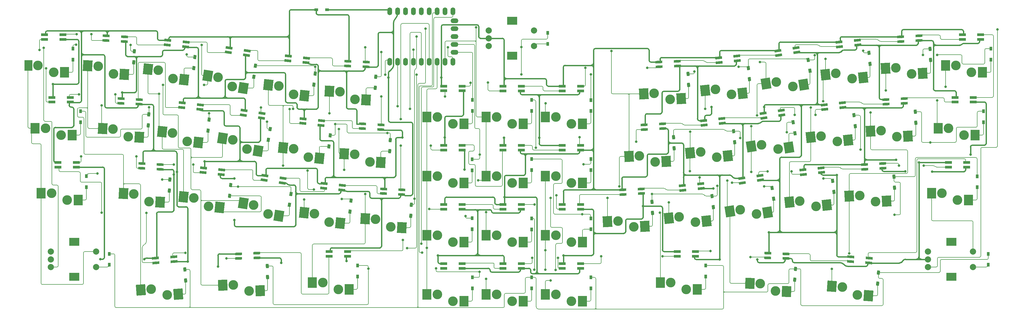
<source format=gbr>
G04 #@! TF.GenerationSoftware,KiCad,Pcbnew,9.0.0*
G04 #@! TF.CreationDate,2025-03-01T00:43:59+09:00*
G04 #@! TF.ProjectId,tijuana_lp,74696a75-616e-4615-9f6c-702e6b696361,rev?*
G04 #@! TF.SameCoordinates,Original*
G04 #@! TF.FileFunction,Copper,L2,Bot*
G04 #@! TF.FilePolarity,Positive*
%FSLAX46Y46*%
G04 Gerber Fmt 4.6, Leading zero omitted, Abs format (unit mm)*
G04 Created by KiCad (PCBNEW 9.0.0) date 2025-03-01 00:43:59*
%MOMM*%
%LPD*%
G01*
G04 APERTURE LIST*
G04 Aperture macros list*
%AMRotRect*
0 Rectangle, with rotation*
0 The origin of the aperture is its center*
0 $1 length*
0 $2 width*
0 $3 Rotation angle, in degrees counterclockwise*
0 Add horizontal line*
21,1,$1,$2,0,0,$3*%
G04 Aperture macros list end*
G04 #@! TA.AperFunction,SMDPad,CuDef*
%ADD10R,0.950000X1.300000*%
G04 #@! TD*
G04 #@! TA.AperFunction,SMDPad,CuDef*
%ADD11RotRect,1.300000X0.950000X267.000000*%
G04 #@! TD*
G04 #@! TA.AperFunction,ComponentPad*
%ADD12C,2.000000*%
G04 #@! TD*
G04 #@! TA.AperFunction,ComponentPad*
%ADD13R,3.200000X2.500000*%
G04 #@! TD*
G04 #@! TA.AperFunction,WasherPad*
%ADD14C,3.100000*%
G04 #@! TD*
G04 #@! TA.AperFunction,SMDPad,CuDef*
%ADD15R,3.000000X3.500000*%
G04 #@! TD*
G04 #@! TA.AperFunction,SMDPad,CuDef*
%ADD16R,2.200000X0.820000*%
G04 #@! TD*
G04 #@! TA.AperFunction,SMDPad,CuDef*
%ADD17RotRect,3.000000X3.500000X174.000000*%
G04 #@! TD*
G04 #@! TA.AperFunction,SMDPad,CuDef*
%ADD18RotRect,2.200000X0.820000X6.000000*%
G04 #@! TD*
G04 #@! TA.AperFunction,SMDPad,CuDef*
%ADD19RotRect,2.200000X0.820000X4.000000*%
G04 #@! TD*
G04 #@! TA.AperFunction,SMDPad,CuDef*
%ADD20RotRect,1.300000X0.950000X93.000000*%
G04 #@! TD*
G04 #@! TA.AperFunction,SMDPad,CuDef*
%ADD21RotRect,3.000000X3.500000X183.000000*%
G04 #@! TD*
G04 #@! TA.AperFunction,SMDPad,CuDef*
%ADD22RotRect,1.300000X0.950000X96.000000*%
G04 #@! TD*
G04 #@! TA.AperFunction,SMDPad,CuDef*
%ADD23RotRect,2.200000X0.820000X171.000000*%
G04 #@! TD*
G04 #@! TA.AperFunction,SMDPad,CuDef*
%ADD24RotRect,1.300000X0.950000X272.000000*%
G04 #@! TD*
G04 #@! TA.AperFunction,SMDPad,CuDef*
%ADD25R,2.550000X3.500000*%
G04 #@! TD*
G04 #@! TA.AperFunction,SMDPad,CuDef*
%ADD26RotRect,3.000000X3.500000X186.000000*%
G04 #@! TD*
G04 #@! TA.AperFunction,SMDPad,CuDef*
%ADD27RotRect,3.000000X3.500000X176.000000*%
G04 #@! TD*
G04 #@! TA.AperFunction,SMDPad,CuDef*
%ADD28RotRect,3.000000X3.500000X184.000000*%
G04 #@! TD*
G04 #@! TA.AperFunction,SMDPad,CuDef*
%ADD29RotRect,2.200000X0.820000X3.000000*%
G04 #@! TD*
G04 #@! TA.AperFunction,SMDPad,CuDef*
%ADD30RotRect,2.200000X0.820000X174.000000*%
G04 #@! TD*
G04 #@! TA.AperFunction,SMDPad,CuDef*
%ADD31RotRect,2.200000X0.820000X357.000000*%
G04 #@! TD*
G04 #@! TA.AperFunction,SMDPad,CuDef*
%ADD32RotRect,2.200000X0.820000X177.000000*%
G04 #@! TD*
G04 #@! TA.AperFunction,SMDPad,CuDef*
%ADD33RotRect,1.300000X0.950000X261.000000*%
G04 #@! TD*
G04 #@! TA.AperFunction,SMDPad,CuDef*
%ADD34RotRect,2.200000X0.820000X2.000000*%
G04 #@! TD*
G04 #@! TA.AperFunction,SMDPad,CuDef*
%ADD35RotRect,1.300000X0.950000X264.000000*%
G04 #@! TD*
G04 #@! TA.AperFunction,SMDPad,CuDef*
%ADD36RotRect,3.000000X3.500000X177.000000*%
G04 #@! TD*
G04 #@! TA.AperFunction,SMDPad,CuDef*
%ADD37RotRect,3.000000X3.500000X171.000000*%
G04 #@! TD*
G04 #@! TA.AperFunction,SMDPad,CuDef*
%ADD38RotRect,1.300000X0.950000X99.000000*%
G04 #@! TD*
G04 #@! TA.AperFunction,SMDPad,CuDef*
%ADD39RotRect,2.200000X0.820000X176.000000*%
G04 #@! TD*
G04 #@! TA.AperFunction,SMDPad,CuDef*
%ADD40RotRect,3.000000X3.500000X189.000000*%
G04 #@! TD*
G04 #@! TA.AperFunction,SMDPad,CuDef*
%ADD41RotRect,1.300000X0.950000X86.000000*%
G04 #@! TD*
G04 #@! TA.AperFunction,SMDPad,CuDef*
%ADD42RotRect,2.200000X0.820000X9.000000*%
G04 #@! TD*
G04 #@! TA.AperFunction,SMDPad,CuDef*
%ADD43RotRect,3.000000X3.500000X182.000000*%
G04 #@! TD*
G04 #@! TA.AperFunction,SMDPad,CuDef*
%ADD44RotRect,2.200000X0.820000X186.000000*%
G04 #@! TD*
G04 #@! TA.AperFunction,SMDPad,CuDef*
%ADD45RotRect,2.200000X0.820000X189.000000*%
G04 #@! TD*
G04 #@! TA.AperFunction,SMDPad,CuDef*
%ADD46RotRect,3.000000X3.500000X178.000000*%
G04 #@! TD*
G04 #@! TA.AperFunction,SMDPad,CuDef*
%ADD47RotRect,2.200000X0.820000X351.000000*%
G04 #@! TD*
G04 #@! TA.AperFunction,SMDPad,CuDef*
%ADD48RotRect,2.200000X0.820000X183.000000*%
G04 #@! TD*
G04 #@! TA.AperFunction,SMDPad,CuDef*
%ADD49RotRect,2.200000X0.820000X354.000000*%
G04 #@! TD*
G04 #@! TA.AperFunction,SMDPad,CuDef*
%ADD50RotRect,1.300000X0.950000X274.000000*%
G04 #@! TD*
G04 #@! TA.AperFunction,SMDPad,CuDef*
%ADD51R,1.300000X0.950000*%
G04 #@! TD*
G04 #@! TA.AperFunction,SMDPad,CuDef*
%ADD52RotRect,2.200000X0.820000X178.000000*%
G04 #@! TD*
G04 #@! TA.AperFunction,ComponentPad*
%ADD53O,1.500000X2.500000*%
G04 #@! TD*
G04 #@! TA.AperFunction,ComponentPad*
%ADD54O,2.500000X1.500000*%
G04 #@! TD*
G04 #@! TA.AperFunction,ViaPad*
%ADD55C,0.800000*%
G04 #@! TD*
G04 #@! TA.AperFunction,Conductor*
%ADD56C,0.400000*%
G04 #@! TD*
G04 #@! TA.AperFunction,Conductor*
%ADD57C,0.200000*%
G04 #@! TD*
G04 APERTURE END LIST*
D10*
X34500000Y-72525000D03*
X34500000Y-76075000D03*
D11*
X132244596Y-60934433D03*
X132058804Y-64479567D03*
D12*
X23093600Y-96800000D03*
X23093600Y-101800000D03*
X23093600Y-99300000D03*
D13*
X30593600Y-93700000D03*
X30593600Y-104900000D03*
D12*
X37593600Y-101800000D03*
X37593600Y-96800000D03*
D14*
X166405900Y-110607200D03*
X171405900Y-112807200D03*
D15*
X163055900Y-110607200D03*
X174955900Y-112807200D03*
D10*
X324500000Y-101075000D03*
X324500000Y-97525000D03*
D16*
X29307300Y-47153900D03*
X23407300Y-47153900D03*
X23407300Y-48653900D03*
X29307300Y-48653900D03*
D14*
X57614135Y-38384789D03*
X62356782Y-41095379D03*
D17*
X54282487Y-38034618D03*
X65887335Y-41466455D03*
D18*
X232007744Y-74957550D03*
X226140064Y-75574268D03*
X226296856Y-77066050D03*
X232164536Y-76449332D03*
D10*
X158588000Y-47962400D03*
X158588000Y-51512400D03*
D19*
X62607796Y-98496245D03*
X56722169Y-98907809D03*
X56826804Y-100404155D03*
X62712431Y-99992591D03*
D16*
X174364000Y-43532300D03*
X168464000Y-43532300D03*
X168464000Y-45032300D03*
X174364000Y-45032300D03*
D14*
X107827135Y-84613889D03*
X112569782Y-87324479D03*
D17*
X104495487Y-84263718D03*
X116100335Y-87695555D03*
D20*
X294385096Y-76223467D03*
X294199304Y-72678333D03*
D16*
X149413200Y-64080400D03*
X155313200Y-64080400D03*
X155313200Y-62580400D03*
X149413200Y-62580400D03*
D18*
X243639344Y-33825350D03*
X237771664Y-34442068D03*
X237928456Y-35933850D03*
X243796136Y-35317132D03*
D14*
X290008495Y-57844509D03*
X295116782Y-59779814D03*
D21*
X286663086Y-58019835D03*
X298661917Y-59594022D03*
D22*
X236059338Y-82489576D03*
X235688262Y-78959024D03*
D23*
X80173793Y-32647685D03*
X86001155Y-33570648D03*
X86235807Y-32089115D03*
X80408445Y-31166152D03*
D24*
X92638053Y-101426081D03*
X92761947Y-104973919D03*
D14*
X18962900Y-36884200D03*
X23962900Y-39084200D03*
D25*
X15837900Y-36884200D03*
D15*
X27512900Y-39084200D03*
D10*
X196685900Y-89643300D03*
X196685900Y-86093300D03*
D14*
X231998746Y-64723373D03*
X237201318Y-66388679D03*
D26*
X228667095Y-65073544D03*
X240731871Y-66017603D03*
D14*
X101118835Y-63678089D03*
X105861482Y-66388679D03*
D17*
X97787187Y-63327918D03*
X109392035Y-66759755D03*
D14*
X277560481Y-108249405D03*
X282394837Y-110792828D03*
D27*
X274218641Y-108015720D03*
X285936189Y-111040463D03*
D16*
X322061200Y-26955600D03*
X316161200Y-26955600D03*
X316161200Y-28455600D03*
X322061200Y-28455600D03*
D14*
X55363879Y-108946969D03*
X60505163Y-110792828D03*
D28*
X52022039Y-109180654D03*
X64046516Y-110545192D03*
D18*
X282384044Y-28726350D03*
X276516364Y-29343068D03*
X276673156Y-30834850D03*
X282540836Y-30218132D03*
D14*
X311722000Y-57077000D03*
X316722000Y-59277000D03*
D15*
X308372000Y-57077000D03*
X320272000Y-59277000D03*
D14*
X166405900Y-53457200D03*
X171405900Y-55657200D03*
D15*
X163055900Y-53457200D03*
X174955900Y-55657200D03*
D29*
X290564905Y-68452336D03*
X284672991Y-68761119D03*
X284751495Y-70259064D03*
X290643409Y-69950281D03*
D30*
X110781946Y-76374832D03*
X116649626Y-76991550D03*
X116806418Y-75499768D03*
X110938738Y-74883050D03*
D31*
X129241009Y-55997419D03*
X123349095Y-55688636D03*
X123270591Y-57186581D03*
X129162505Y-57495364D03*
D32*
X129970691Y-78124381D03*
X135862605Y-78433164D03*
X135941109Y-76935219D03*
X130049195Y-76626436D03*
D33*
X100325071Y-78265153D03*
X99769729Y-81771447D03*
D34*
X89304757Y-97317233D03*
X83408350Y-97523141D03*
X83460699Y-99022227D03*
X89357106Y-98816319D03*
D35*
X108046638Y-39486024D03*
X107675562Y-43016576D03*
D10*
X177640900Y-108675000D03*
X177640900Y-105125000D03*
D11*
X138983796Y-81728133D03*
X138798004Y-85273267D03*
D30*
X60533264Y-30218632D03*
X66400944Y-30835350D03*
X66557736Y-29343568D03*
X60690056Y-28726850D03*
D16*
X193402790Y-81649528D03*
X187502790Y-81649528D03*
X187502790Y-83149528D03*
X193402790Y-83149528D03*
X174359300Y-81627900D03*
X168459300Y-81627900D03*
X168459300Y-83127900D03*
X174359300Y-83127900D03*
D14*
X49778409Y-78258449D03*
X54656418Y-80717114D03*
D36*
X46433000Y-78083124D03*
X58201553Y-80902907D03*
D14*
X43068009Y-57321149D03*
X47946018Y-59779814D03*
D36*
X39722600Y-57145824D03*
X51491153Y-59965607D03*
D14*
X110490400Y-106754700D03*
X115490400Y-108954700D03*
D15*
X107140400Y-106754700D03*
X119040400Y-108954700D03*
D35*
X80894438Y-75360924D03*
X80523362Y-78891476D03*
D16*
X168461700Y-64089000D03*
X174361700Y-64089000D03*
X174361700Y-62589000D03*
X168461700Y-62589000D03*
D10*
X177659200Y-86106800D03*
X177659200Y-89656800D03*
D20*
X223466796Y-63525767D03*
X223281004Y-59980633D03*
D14*
X76827751Y-40649675D03*
X81422037Y-43604761D03*
D37*
X73518995Y-40125619D03*
X84928330Y-44160104D03*
D32*
X40801591Y-28826481D03*
X46693505Y-29135264D03*
X46772009Y-27637319D03*
X40880095Y-27328536D03*
D14*
X217068195Y-45816809D03*
X222176482Y-47752114D03*
D21*
X213722786Y-45992135D03*
X225721617Y-47566322D03*
D14*
X120769909Y-65487349D03*
X125647918Y-67946014D03*
D36*
X117424500Y-65312024D03*
X129193053Y-68131807D03*
D20*
X228115796Y-43148267D03*
X227930004Y-39603133D03*
D30*
X72019664Y-71351932D03*
X77887344Y-71968650D03*
X78044136Y-70476868D03*
X72176456Y-69860150D03*
D14*
X166405900Y-91557200D03*
X171405900Y-93757200D03*
D15*
X163055900Y-91557200D03*
X174955900Y-93757200D03*
D35*
X73956938Y-54319424D03*
X73585862Y-57849976D03*
D11*
X61357996Y-73614333D03*
X61172204Y-77159467D03*
D14*
X225127646Y-85659173D03*
X230330218Y-87324479D03*
D26*
X221795995Y-86009344D03*
X233860771Y-86953403D03*
D38*
X255488071Y-79777347D03*
X254932729Y-76271053D03*
D39*
X280198869Y-99992791D03*
X286084497Y-100404355D03*
X286189131Y-98908009D03*
X280303503Y-98496445D03*
D16*
X118458100Y-96831100D03*
X112558100Y-96831100D03*
X112558100Y-98331100D03*
X118458100Y-98331100D03*
D14*
X205434595Y-86945609D03*
X210542882Y-88880914D03*
D21*
X202089186Y-87120935D03*
X214088017Y-88695122D03*
D14*
X127479109Y-86422249D03*
X132357118Y-88880914D03*
D36*
X124133700Y-86246924D03*
X135902253Y-89066707D03*
D10*
X196684500Y-51546200D03*
X196684500Y-47996200D03*
D14*
X185455900Y-53457200D03*
X190455900Y-55657200D03*
D15*
X182105900Y-53457200D03*
X194005900Y-55657200D03*
D35*
X69375638Y-34153224D03*
X69004562Y-37683776D03*
D14*
X251597066Y-62407619D03*
X256879663Y-63798361D03*
D40*
X248288310Y-62931675D03*
X260385957Y-63243019D03*
D14*
X270743146Y-59623773D03*
X275945718Y-61289079D03*
D26*
X267411495Y-59973944D03*
X279476271Y-60918003D03*
D14*
X147355900Y-53457200D03*
X152355900Y-55657200D03*
D15*
X144005900Y-53457200D03*
X155905900Y-55657200D03*
D14*
X283135295Y-78781809D03*
X288243582Y-80717114D03*
D21*
X279789886Y-78957135D03*
X291788717Y-80531322D03*
D16*
X224475800Y-98327500D03*
X230375800Y-98327500D03*
X230375800Y-96827500D03*
X224475800Y-96827500D03*
D11*
X54592896Y-52627433D03*
X54407104Y-56172567D03*
D41*
X262277782Y-105889376D03*
X262525418Y-102348024D03*
D14*
X69084335Y-79514489D03*
X73826982Y-82225079D03*
D17*
X65752687Y-79164318D03*
X77357535Y-82596155D03*
D14*
X185455900Y-72507200D03*
X190455900Y-74707200D03*
D15*
X182105900Y-72507200D03*
X194005900Y-74707200D03*
D14*
X256358166Y-42214019D03*
X261640763Y-43604761D03*
D40*
X253049410Y-42738075D03*
X265147057Y-43049419D03*
D14*
X309611200Y-78014800D03*
X314611200Y-80214800D03*
D15*
X306261200Y-78014800D03*
X318161200Y-80214800D03*
D16*
X313782200Y-48654900D03*
X319682200Y-48654900D03*
X319682200Y-47154900D03*
X313782200Y-47154900D03*
D10*
X177646000Y-47981300D03*
X177646000Y-51531300D03*
D14*
X116008209Y-45293449D03*
X120886218Y-47752114D03*
D36*
X112662800Y-45118124D03*
X124431353Y-47937907D03*
D42*
X251036055Y-72297352D03*
X245208693Y-73220315D03*
X245443345Y-74701848D03*
X251270707Y-73778885D03*
D10*
X325371200Y-34965700D03*
X325371200Y-31415700D03*
X322943200Y-55153900D03*
X322943200Y-51603900D03*
X32596700Y-51625000D03*
X32596700Y-55175000D03*
D14*
X21340800Y-57077000D03*
X26340800Y-59277000D03*
D15*
X17990800Y-57077000D03*
X29890800Y-59277000D03*
D10*
X182800000Y-26325000D03*
X182800000Y-29875000D03*
D16*
X187512500Y-64079400D03*
X193412500Y-64079400D03*
X193412500Y-62579400D03*
X187512500Y-62579400D03*
D14*
X81725774Y-107515244D03*
X86799507Y-109539406D03*
D43*
X78377815Y-107632157D03*
X90347344Y-109415513D03*
D44*
X233128955Y-56107082D03*
X238996635Y-55490364D03*
X238839843Y-53998582D03*
X232972163Y-54615300D03*
D22*
X242942738Y-61558676D03*
X242571662Y-58028124D03*
D14*
X62211635Y-58578489D03*
X66954282Y-61289079D03*
D17*
X58879987Y-58228318D03*
X70484835Y-61660155D03*
D14*
X81588851Y-60843275D03*
X86183137Y-63798361D03*
D37*
X78280095Y-60319219D03*
X89689430Y-64353704D03*
D14*
X88297951Y-81779475D03*
X92892237Y-84734561D03*
D37*
X84989195Y-81255419D03*
X96398530Y-85289904D03*
D45*
X252312245Y-53763748D03*
X258139607Y-52840785D03*
X257904955Y-51359252D03*
X252077593Y-52282215D03*
D14*
X236760546Y-44530173D03*
X241963118Y-46195479D03*
D26*
X233428895Y-44880344D03*
X245493671Y-45824403D03*
D20*
X216519496Y-84338667D03*
X216333704Y-80793533D03*
D42*
X262660955Y-31173552D03*
X256833593Y-32096515D03*
X257068245Y-33578048D03*
X262895607Y-32655085D03*
D10*
X41900000Y-97525000D03*
X41900000Y-101075000D03*
D14*
X185455900Y-91557200D03*
X190455900Y-93757200D03*
D15*
X182105900Y-91557200D03*
X194005900Y-93757200D03*
D10*
X158567900Y-67058100D03*
X158567900Y-70608100D03*
D16*
X21024500Y-28462000D03*
X26924500Y-28462000D03*
X26924500Y-26962000D03*
X21024500Y-26962000D03*
D22*
X286480238Y-36328676D03*
X286109162Y-32798124D03*
D29*
X212868605Y-76617436D03*
X206976691Y-76926219D03*
X207055195Y-78424164D03*
X212947109Y-78115381D03*
D14*
X23288800Y-78014800D03*
X28288800Y-80214800D03*
D15*
X19938800Y-78014800D03*
X31838800Y-80214800D03*
D14*
X251180318Y-107166249D03*
X256100493Y-109539406D03*
D46*
X247832358Y-107049335D03*
X259648330Y-109663299D03*
D29*
X302177494Y-27329276D03*
X296285580Y-27638059D03*
X296364084Y-29136004D03*
X302255998Y-28827221D03*
D32*
X52276391Y-69956281D03*
X58168305Y-70265064D03*
X58246809Y-68767119D03*
X52354895Y-68458336D03*
D35*
X112890938Y-59362924D03*
X112519862Y-62893476D03*
D29*
X224493805Y-35488836D03*
X218601891Y-35797619D03*
X218680395Y-37295564D03*
X224572309Y-36986781D03*
D14*
X244725166Y-83343819D03*
X250007763Y-84734561D03*
D40*
X241416410Y-83867875D03*
X253514057Y-84179219D03*
D11*
X127584596Y-40506933D03*
X127398804Y-44052067D03*
D10*
X320903300Y-76094700D03*
X320903300Y-72544700D03*
D16*
X25354100Y-69589100D03*
X31254100Y-69589100D03*
X31254100Y-68089100D03*
X25354100Y-68089100D03*
D33*
X88883571Y-36982053D03*
X88328229Y-40488347D03*
D14*
X294768395Y-37651609D03*
X299876682Y-39586914D03*
D21*
X291422986Y-37826935D03*
X303421817Y-39401122D03*
D47*
X91007907Y-52289015D03*
X85180545Y-51366052D03*
X84945893Y-52847585D03*
X90773255Y-53770548D03*
D18*
X270744444Y-69859150D03*
X264876764Y-70475868D03*
X265033556Y-71967650D03*
X270901236Y-71350932D03*
D14*
X212306595Y-66010709D03*
X217414882Y-67946014D03*
D21*
X208961186Y-66186035D03*
X220960017Y-67760222D03*
D10*
X158577900Y-86082200D03*
X158577900Y-89632200D03*
D38*
X262334571Y-58665847D03*
X261779229Y-55159553D03*
D14*
X275503446Y-39430073D03*
X280706018Y-41095379D03*
D26*
X272171795Y-39780244D03*
X284236571Y-40724303D03*
D16*
X149424300Y-102182500D03*
X155324300Y-102182500D03*
X155324300Y-100682500D03*
X149424300Y-100682500D03*
X193410600Y-43536300D03*
X187510600Y-43536300D03*
X187510600Y-45036300D03*
X193410600Y-45036300D03*
X317576500Y-68084800D03*
X311676500Y-68084800D03*
X311676500Y-69584800D03*
X317576500Y-69584800D03*
D48*
X213905070Y-57491729D03*
X219796984Y-57182946D03*
X219718480Y-55685001D03*
X213826566Y-55993784D03*
D14*
X222409600Y-106754700D03*
X227409600Y-108954700D03*
D15*
X219059600Y-106754700D03*
X230959600Y-108954700D03*
D23*
X91647893Y-73779785D03*
X97475255Y-74702748D03*
X97709907Y-73221215D03*
X91882545Y-72298252D03*
D49*
X71181736Y-49523368D03*
X65314056Y-48906650D03*
X65157264Y-50398432D03*
X71024944Y-51015150D03*
D10*
X30200000Y-31425000D03*
X30200000Y-34975000D03*
D14*
X263870446Y-80559773D03*
X269073018Y-82225079D03*
D26*
X260538795Y-80909944D03*
X272603571Y-81854003D03*
D14*
X147355900Y-91557200D03*
X152355900Y-93757200D03*
D15*
X144005900Y-91557200D03*
X155905900Y-93757200D03*
D10*
X158594400Y-105132200D03*
X158594400Y-108682200D03*
D16*
X155318200Y-81633600D03*
X149418200Y-81633600D03*
X149418200Y-83133600D03*
X155318200Y-83133600D03*
D22*
X281701938Y-56421676D03*
X281330862Y-52891124D03*
D14*
X166405900Y-72507200D03*
X171405900Y-74707200D03*
D15*
X163055900Y-72507200D03*
X174955900Y-74707200D03*
D10*
X196700000Y-108677700D03*
X196700000Y-105127700D03*
D33*
X93577671Y-57346853D03*
X93022329Y-60853147D03*
D50*
X66200583Y-102541925D03*
X66448217Y-106083275D03*
D32*
X118500691Y-36984381D03*
X124392605Y-37293164D03*
X124471109Y-35795219D03*
X118579195Y-35486436D03*
D30*
X99276864Y-35328032D03*
X105144544Y-35944750D03*
X105301336Y-34452968D03*
X99433656Y-33836250D03*
D38*
X267137671Y-38583147D03*
X266582329Y-35076853D03*
D10*
X177652000Y-67025000D03*
X177652000Y-70575000D03*
D14*
X96357035Y-43484889D03*
X101099682Y-46195479D03*
D17*
X93025387Y-43134718D03*
X104630235Y-46566555D03*
D14*
X147355900Y-72507200D03*
X152355900Y-74707200D03*
D15*
X144005900Y-72507200D03*
X155905900Y-74707200D03*
D51*
X108375000Y-18900000D03*
X111925000Y-18900000D03*
D20*
X301214796Y-55285067D03*
X301029004Y-51739933D03*
D10*
X121668400Y-101279700D03*
X121668400Y-104829700D03*
D52*
X253542822Y-98814389D03*
X259439229Y-99020297D03*
X259491578Y-97521211D03*
X253595171Y-97315303D03*
D12*
X305093600Y-96800000D03*
X305093600Y-101800000D03*
X305093600Y-99300000D03*
D13*
X312593600Y-93700000D03*
X312593600Y-104900000D03*
D12*
X319593600Y-101800000D03*
X319593600Y-96800000D03*
X163905900Y-25600000D03*
X163905900Y-30600000D03*
X163905900Y-28100000D03*
D13*
X171405900Y-22500000D03*
X171405900Y-33700000D03*
D12*
X178405900Y-30600000D03*
X178405900Y-25600000D03*
D31*
X51531909Y-47831719D03*
X45639995Y-47522936D03*
X45561491Y-49020881D03*
X51453405Y-49329664D03*
D10*
X196723000Y-70575000D03*
X196723000Y-67025000D03*
D11*
X49892896Y-32327433D03*
X49707104Y-35872567D03*
D16*
X187512900Y-102190400D03*
X193412900Y-102190400D03*
X193412900Y-100690400D03*
X187512900Y-100690400D03*
D35*
X119610038Y-80397624D03*
X119238962Y-83928176D03*
D49*
X110079436Y-54635168D03*
X104211756Y-54018450D03*
X104054964Y-55510232D03*
X109922644Y-56126950D03*
D41*
X288920583Y-107097777D03*
X289168217Y-103556423D03*
D14*
X314099900Y-36884200D03*
X319099900Y-39084200D03*
D15*
X310749900Y-36884200D03*
X322649900Y-39084200D03*
D16*
X168457200Y-102185400D03*
X174357200Y-102185400D03*
X174357200Y-100685400D03*
X168457200Y-100685400D03*
D14*
X38308109Y-37128249D03*
X43186118Y-39586914D03*
D36*
X34962700Y-36952924D03*
X46731253Y-39772707D03*
D48*
X291620095Y-49320764D03*
X297512009Y-49011981D03*
X297433505Y-47514036D03*
X291541591Y-47822819D03*
D44*
X271902656Y-51027850D03*
X277770336Y-50411132D03*
X277613544Y-48919350D03*
X271745864Y-49536068D03*
D14*
X147355900Y-110607200D03*
X152355900Y-112807200D03*
D15*
X144005900Y-110607200D03*
X155905900Y-112807200D03*
D14*
X185455900Y-110607200D03*
X190455900Y-112807200D03*
D15*
X182105900Y-110607200D03*
X194005900Y-112807200D03*
D16*
X155308892Y-43522265D03*
X149408892Y-43522265D03*
X149408892Y-45022265D03*
X155308892Y-45022265D03*
D10*
X233664000Y-104823400D03*
X233664000Y-101273400D03*
D22*
X247718138Y-41272376D03*
X247347062Y-37741824D03*
D20*
X305950597Y-35083168D03*
X305764803Y-31538032D03*
D22*
X274840238Y-77550276D03*
X274469162Y-74019724D03*
D53*
X132020000Y-35640000D03*
X134560000Y-35640000D03*
X137100000Y-35640000D03*
X139640000Y-35640000D03*
X142180000Y-35640000D03*
X144720000Y-35640000D03*
X147260000Y-35640000D03*
X149800000Y-35640000D03*
X152340000Y-35640000D03*
D54*
X152840000Y-32600000D03*
X152840000Y-30060000D03*
X152840000Y-27520000D03*
X152840000Y-24980000D03*
X152840000Y-22440000D03*
D53*
X152340000Y-19400000D03*
X149800000Y-19400000D03*
X147260000Y-19400000D03*
X144720000Y-19400000D03*
X142180000Y-19400000D03*
X139640000Y-19400000D03*
X137100000Y-19400000D03*
X134560000Y-19400000D03*
X132020000Y-19400000D03*
D55*
X275782300Y-72159166D03*
X253957057Y-90590912D03*
X72484273Y-67730369D03*
X236100000Y-76488627D03*
X168800000Y-60100000D03*
X67100000Y-100000000D03*
X63607371Y-71127992D03*
X252423300Y-50267600D03*
X118134450Y-99814758D03*
X213500000Y-82150000D03*
X187940500Y-98033900D03*
X297800000Y-70971588D03*
X180094000Y-60099620D03*
X306450000Y-71050000D03*
X147562000Y-98033900D03*
X136079716Y-60091739D03*
X97138503Y-100464462D03*
X149760594Y-60091739D03*
X235489600Y-50267600D03*
X196684500Y-39697400D03*
X48756400Y-30223000D03*
X268700000Y-33518791D03*
X174389995Y-30931860D03*
X174383800Y-39697400D03*
X244250000Y-37271800D03*
X308050000Y-33500000D03*
X129350000Y-32505000D03*
X108046600Y-37281900D03*
X31197200Y-30182300D03*
X229981700Y-38786600D03*
X303450000Y-33500000D03*
X66800000Y-33300000D03*
X284259269Y-32147640D03*
X283440145Y-63989984D03*
X92597493Y-54966372D03*
X161000000Y-65539000D03*
X131306200Y-58583100D03*
X194393081Y-68680130D03*
X54647500Y-50355500D03*
X305855600Y-61631500D03*
X259700000Y-58400000D03*
X179000000Y-63379400D03*
X73963163Y-52236957D03*
X244754400Y-60198493D03*
X114528700Y-55724300D03*
X294350000Y-84950000D03*
X83300000Y-75850000D03*
X139955500Y-79819900D03*
X252429215Y-75776185D03*
X116650000Y-79850000D03*
X237330400Y-75655400D03*
X140700400Y-27521600D03*
X58891451Y-73623693D03*
X156429375Y-85338843D03*
X271500000Y-73300000D03*
X193900000Y-84750000D03*
X216346332Y-78276984D03*
X38015409Y-71692143D03*
X143580300Y-24983200D03*
X178545500Y-102633400D03*
X160928674Y-103332486D03*
X125150000Y-102300000D03*
X146947700Y-102244800D03*
X250258800Y-99370000D03*
X168950000Y-79250000D03*
X148651675Y-40722549D03*
X62612660Y-72002875D03*
X82100000Y-73250000D03*
X156043772Y-70411248D03*
X23757300Y-42891600D03*
X238130400Y-99370000D03*
X294887933Y-67240572D03*
X302200400Y-68084800D03*
X38962043Y-99260649D03*
X53118300Y-99260649D03*
X76800000Y-101650000D03*
X82100000Y-86650000D03*
X131630187Y-40722549D03*
X318775100Y-65542800D03*
X45989500Y-45554900D03*
X150745000Y-31010000D03*
X124121600Y-31010000D03*
X31350000Y-26775747D03*
X36075736Y-26775747D03*
X21526500Y-37830311D03*
X19446071Y-31822667D03*
X32094200Y-46203074D03*
X43827600Y-46198500D03*
X90662200Y-50432700D03*
X99829800Y-50870612D03*
X129294800Y-46850000D03*
X149779300Y-46850000D03*
X163650000Y-42350000D03*
X158002100Y-42407000D03*
X194968000Y-37620600D03*
X214800000Y-37618800D03*
X262262836Y-52749400D03*
X268905885Y-52749400D03*
X193055144Y-59962603D03*
X211269200Y-61439700D03*
X135591600Y-62688400D03*
X145250000Y-62650000D03*
X62600000Y-68750000D03*
X68850000Y-68750000D03*
X50550900Y-66174500D03*
X32813800Y-66174500D03*
X39444300Y-84300000D03*
X53820026Y-84313882D03*
X66300000Y-97214660D03*
X79570266Y-99024266D03*
X144705900Y-83100000D03*
X136300000Y-93050000D03*
X185645345Y-78666624D03*
X178574300Y-81635480D03*
X231659700Y-72930500D03*
X242116400Y-74650000D03*
X253507940Y-70991848D03*
X261238800Y-70950000D03*
X303750000Y-69150000D03*
X295743655Y-69151490D03*
X248008483Y-98544752D03*
X235150000Y-96600000D03*
X200055603Y-98342778D03*
X219759600Y-98337536D03*
X177880300Y-98835600D03*
X186112800Y-98835600D03*
X182059804Y-96389298D03*
X137650000Y-95679400D03*
X130589800Y-39793100D03*
X140700000Y-39800000D03*
X182049000Y-102614800D03*
X182125472Y-49069966D03*
X163047481Y-105628913D03*
X20814600Y-31177034D03*
X142192100Y-94300000D03*
X183770576Y-79506099D03*
X134571365Y-49978906D03*
X203305800Y-32195400D03*
X185411000Y-102766000D03*
X183800000Y-106100000D03*
X202089200Y-79507900D03*
X39433800Y-49715100D03*
X205876300Y-75839700D03*
X218919600Y-84300000D03*
X228667100Y-58184400D03*
X57904210Y-46007800D03*
X233428900Y-50810000D03*
X221796000Y-81000000D03*
X228568400Y-70915700D03*
X248288300Y-56449800D03*
X59126300Y-43163700D03*
X251086200Y-35791600D03*
X248288300Y-71185200D03*
X139640000Y-31805000D03*
X71576500Y-30212600D03*
X72305600Y-43163700D03*
X250142900Y-52983300D03*
X240550000Y-73950000D03*
X97787200Y-69118700D03*
X100999500Y-50810000D03*
X105656200Y-70764200D03*
X104495500Y-80046600D03*
X272169040Y-34717749D03*
X271365700Y-48406500D03*
X138588300Y-50810000D03*
X267411500Y-50366100D03*
X107689700Y-76800000D03*
X117424500Y-70483090D03*
X112686610Y-52248335D03*
X279789900Y-97380200D03*
X135611700Y-54160200D03*
X274218600Y-102383500D03*
X286663100Y-52049400D03*
X115700000Y-57350000D03*
X291546575Y-44917012D03*
X124133700Y-78234600D03*
X144000000Y-95650000D03*
X310749900Y-43750000D03*
X308072200Y-48106505D03*
X160481300Y-73842900D03*
X163055900Y-84102200D03*
X159838400Y-24547500D03*
X142450053Y-97123966D03*
X327438605Y-25250062D03*
D56*
X132020000Y-19900000D02*
X132020000Y-18900000D01*
X132020000Y-18900000D02*
X111925000Y-18900000D01*
X236097290Y-76485917D02*
X236100000Y-76488627D01*
X154972127Y-45035500D02*
X154958892Y-45022265D01*
X224222790Y-37005100D02*
X224222789Y-37005099D01*
X114000000Y-72135375D02*
X114000000Y-72154845D01*
X108375000Y-18900000D02*
X101450000Y-18900000D01*
X161095227Y-83300495D02*
X159516605Y-83300495D01*
X89645632Y-72353034D02*
X92228236Y-72353004D01*
X62363300Y-100017000D02*
X67083000Y-100017000D01*
X264345374Y-65819506D02*
X264345374Y-50293644D01*
X29842789Y-56800000D02*
X24563571Y-56800000D01*
X219600000Y-45738639D02*
X219600000Y-51842668D01*
X149763200Y-62580400D02*
X149763200Y-60094345D01*
X61038100Y-28165603D02*
X61038100Y-28763400D01*
X92228200Y-70523795D02*
X92228200Y-72353000D01*
X67100000Y-82933562D02*
X67100000Y-100000000D01*
X32122206Y-25710301D02*
X32122205Y-25710300D01*
X80754100Y-31220900D02*
X80754100Y-28415292D01*
X242885039Y-37005100D02*
X231765600Y-37005100D01*
X180878190Y-46288006D02*
X180878196Y-46288000D01*
X99781700Y-33872800D02*
X99781700Y-28389377D01*
X258242054Y-90592000D02*
X274995562Y-90592000D01*
X270275617Y-49499503D02*
X270468913Y-49499503D01*
X264345374Y-50293644D02*
X264345374Y-50292157D01*
X193060600Y-45723656D02*
X193060600Y-45036300D01*
X114763764Y-72899120D02*
X114763784Y-72899100D01*
X97138503Y-100464462D02*
X97138478Y-99397263D01*
X289431800Y-31117733D02*
X289431800Y-47242006D01*
X180094000Y-62014742D02*
X180094000Y-47074555D01*
X263551259Y-49499500D02*
X263551275Y-49499516D01*
X40438584Y-25710300D02*
X40438589Y-25710295D01*
X129604061Y-72899094D02*
X131181508Y-72899094D01*
X306860700Y-29396044D02*
X306860700Y-29525910D01*
X315324658Y-30323900D02*
X307658728Y-30323900D01*
X161095227Y-83300495D02*
X161095232Y-83300500D01*
X108939509Y-20500200D02*
X118363862Y-20500200D01*
X197568300Y-97474499D02*
X197568300Y-91702910D01*
X29107326Y-48803926D02*
X32334794Y-48803926D01*
X179307476Y-46288000D02*
X179307482Y-46288006D01*
X214201300Y-52969351D02*
X214201300Y-55976800D01*
X114763784Y-72899100D02*
X129604055Y-72899100D01*
X28957300Y-48653900D02*
X29107326Y-48803926D01*
X265138031Y-49499500D02*
X268735395Y-49499500D01*
X64171433Y-82370300D02*
X66536738Y-82370300D01*
X83850000Y-60764054D02*
X83850015Y-60764069D01*
X42016220Y-25710295D02*
X42016225Y-25710300D01*
X149763200Y-60089133D02*
X149763200Y-53767332D01*
X306860700Y-29525910D02*
X306860706Y-29525916D01*
X155741787Y-52641652D02*
X155741787Y-45035500D01*
X51103885Y-49311346D02*
X51103885Y-49386587D01*
X83058504Y-67730369D02*
X72484273Y-67730369D01*
X198359782Y-90921400D02*
X198349810Y-90921400D01*
X314132200Y-45533735D02*
X314132200Y-47154900D01*
X52704400Y-68476700D02*
X52704400Y-64958948D01*
X252423300Y-50267600D02*
X252423300Y-52227500D01*
X197568300Y-83696273D02*
X197568300Y-90129850D01*
X56850759Y-64395500D02*
X55289500Y-64395500D01*
X89044500Y-98833800D02*
X96575002Y-98833800D01*
X56065850Y-49949538D02*
X56065850Y-63610565D01*
X187940500Y-98033900D02*
X187940500Y-100612800D01*
X56065850Y-63610565D02*
X56065850Y-63619150D01*
X301938900Y-29760662D02*
X301938900Y-28845700D01*
X269500000Y-48723898D02*
X269500000Y-48734895D01*
X135517354Y-57681778D02*
X129017717Y-57681778D01*
X161086195Y-98033900D02*
X168246470Y-98033900D01*
X168800000Y-60100000D02*
X168800000Y-62577300D01*
X63607371Y-71127992D02*
X63607371Y-81806238D01*
X118108100Y-98331100D02*
X118108100Y-99788408D01*
X114763764Y-72899120D02*
X113255765Y-72899120D01*
X219036468Y-52406200D02*
X214764451Y-52406200D01*
X150325565Y-53204967D02*
X155178472Y-53204967D01*
X118928700Y-21065038D02*
X118928700Y-35504800D01*
X72484273Y-67730369D02*
X72524500Y-67770596D01*
X159516600Y-83300500D02*
X155135100Y-83300500D01*
X253945000Y-97327500D02*
X253945000Y-90592000D01*
X136079716Y-60091739D02*
X134513727Y-60091739D01*
X306450000Y-71050000D02*
X316669248Y-71050000D01*
X40438589Y-25710295D02*
X42016220Y-25710295D01*
X79944008Y-27605200D02*
X61598503Y-27605200D01*
X32122205Y-25710300D02*
X21934751Y-25710300D01*
X62869800Y-64395500D02*
X56850759Y-64395500D01*
X67083000Y-100017000D02*
X67100000Y-100000000D01*
X98997511Y-27605200D02*
X98998226Y-27605200D01*
X130398715Y-76644754D02*
X130398715Y-73693707D01*
X57963928Y-28763435D02*
X61038139Y-28763435D01*
X174576180Y-46288000D02*
X179307476Y-46288000D01*
X84641775Y-61555800D02*
X89864063Y-61555800D01*
X90427600Y-60992263D02*
X90427600Y-53715800D01*
X253957057Y-90590912D02*
X253958145Y-90592000D01*
X290293889Y-69968599D02*
X290293889Y-70408784D01*
X41229615Y-26501285D02*
X41229615Y-26496910D01*
X160304400Y-97244104D02*
X160304400Y-84091292D01*
X28957300Y-48653900D02*
X28957300Y-49687250D01*
X270275617Y-49499503D02*
X268735398Y-49499503D01*
X256679861Y-90591997D02*
X258242051Y-90591997D01*
X110135393Y-61100000D02*
X113435693Y-61100000D01*
X306860706Y-29525916D02*
X306860706Y-31118754D01*
X147562000Y-98033900D02*
X159514580Y-98033900D01*
X83850015Y-60764069D02*
X83850015Y-62330700D01*
X63607371Y-71127992D02*
X63607371Y-65133071D01*
X282261936Y-30323900D02*
X288637933Y-30323900D01*
X306310195Y-28845539D02*
X301906478Y-28845539D01*
X32894200Y-26487939D02*
X32894200Y-26482295D01*
X233320246Y-54578715D02*
X233320246Y-53464004D01*
X193052790Y-83149528D02*
X193068218Y-83134100D01*
X265138015Y-49499516D02*
X265138031Y-49499500D01*
X81541705Y-27605200D02*
X98997511Y-27605200D01*
X130398715Y-73693707D02*
X130398715Y-73681899D01*
X263551275Y-49499516D02*
X265138015Y-49499516D01*
X111286821Y-74919635D02*
X109337267Y-74919635D01*
X160304400Y-84091292D02*
X160304400Y-84088300D01*
X101439266Y-18900000D02*
X100343618Y-18900022D01*
X84633491Y-67730369D02*
X88518374Y-67730369D01*
X33671836Y-25710301D02*
X33671837Y-25710300D01*
X180878196Y-46288000D02*
X192496256Y-46288000D01*
X113255765Y-72899120D02*
X113255745Y-72899100D01*
X256675621Y-73833600D02*
X256682183Y-73833600D01*
X101450000Y-18900000D02*
X101439266Y-18900000D01*
X41229615Y-27346854D02*
X41229615Y-26501285D01*
X99781700Y-28389377D02*
X99781700Y-26821726D01*
X33686683Y-33381200D02*
X33683104Y-33381200D01*
X131181508Y-72899094D02*
X131181514Y-72899100D01*
X306860700Y-31118760D02*
X306860700Y-44408271D01*
X257461498Y-74612915D02*
X257461500Y-74612917D01*
X83058504Y-67730369D02*
X84633491Y-67730369D01*
X81541705Y-27605200D02*
X81541698Y-27605193D01*
X257461498Y-73047730D02*
X257461500Y-73047728D01*
X219719600Y-96263537D02*
X219719600Y-82712729D01*
X257461500Y-74612917D02*
X257461500Y-89810340D01*
X321150975Y-29745331D02*
X316721424Y-29745331D01*
X256679858Y-90592000D02*
X256679861Y-90591997D01*
X275782307Y-89805238D02*
X275782307Y-91372092D01*
X159516605Y-83300495D02*
X159516600Y-83300500D01*
X99781700Y-19461952D02*
X99781700Y-26821726D01*
X30405400Y-50814248D02*
X30405400Y-56237389D01*
X213500000Y-82150000D02*
X213500000Y-78133699D01*
X197568278Y-90129872D02*
X197568278Y-91702888D01*
X187862500Y-62579400D02*
X180658658Y-62579400D01*
X161095232Y-83300500D02*
X164240992Y-83300500D01*
X180094000Y-47074555D02*
X180094000Y-47072196D01*
X149763200Y-60094345D02*
X149760594Y-60091739D01*
X193068218Y-83134100D02*
X197006127Y-83134100D01*
X113255745Y-72899100D02*
X111827185Y-72899100D01*
X307658728Y-30323900D02*
X307655560Y-30323900D01*
X111267000Y-73459285D02*
X111267000Y-75001600D01*
X165320092Y-84379600D02*
X173447850Y-84379600D01*
X281627250Y-31884494D02*
X278109431Y-31884494D01*
X57400000Y-26271484D02*
X57400000Y-28199507D01*
X231765587Y-37005087D02*
X230193677Y-37005087D01*
X89081349Y-68293344D02*
X89081349Y-71788757D01*
X275782300Y-72159166D02*
X275782300Y-89805231D01*
X289431800Y-31117733D02*
X289431800Y-31117700D01*
X219156871Y-82150000D02*
X213500000Y-82150000D01*
X40430638Y-49953745D02*
X40430638Y-33944226D01*
X317226500Y-69584800D02*
X317226500Y-70492748D01*
X290225595Y-30323895D02*
X290225600Y-30323900D01*
X174014000Y-45032300D02*
X174014000Y-45725820D01*
X270468913Y-49499503D02*
X270468916Y-49499500D01*
X21374500Y-26270551D02*
X21374500Y-26962000D01*
X187940500Y-98033900D02*
X197008899Y-98033900D01*
X268735398Y-49499503D02*
X268735395Y-49499500D01*
X136079716Y-60091739D02*
X136079716Y-58244140D01*
X81541705Y-27605200D02*
X79944008Y-27605200D01*
X257461498Y-73047730D02*
X257461498Y-74612915D01*
X83850000Y-62330715D02*
X83850000Y-66938885D01*
X51103900Y-49338500D02*
X51103900Y-49311300D01*
X225250000Y-37005099D02*
X225250000Y-44613150D01*
X243448100Y-35353700D02*
X243448100Y-36442039D01*
X269500000Y-33482574D02*
X269500000Y-48723898D01*
X288637933Y-30323900D02*
X288637938Y-30323895D01*
X208462253Y-86304000D02*
X212952373Y-86304000D01*
X275782300Y-97957375D02*
X275782300Y-91372099D01*
X29520050Y-50250000D02*
X29841152Y-50250000D01*
X83850000Y-56922659D02*
X83850000Y-60764054D01*
X257461500Y-89810340D02*
X257461500Y-89811446D01*
X306860706Y-31118754D02*
X306860700Y-31118760D01*
X231816453Y-76485917D02*
X236097290Y-76485917D01*
X224687950Y-45175200D02*
X220163439Y-45175200D01*
X252423300Y-50267600D02*
X252423300Y-50060500D01*
X39867612Y-33381200D02*
X33686683Y-33381200D01*
X159514580Y-98033900D02*
X161086195Y-98033900D01*
X276458845Y-32709800D02*
X270280179Y-32709800D01*
X108778131Y-74360499D02*
X108778131Y-70525170D01*
X51103885Y-49386587D02*
X55502899Y-49386587D01*
X275782300Y-89805231D02*
X275782307Y-89805238D01*
X290225600Y-30323900D02*
X301375662Y-30323900D01*
X277401033Y-32177912D02*
X277159235Y-32419699D01*
X168807200Y-100685400D02*
X168807200Y-98594630D01*
X99781700Y-28389377D02*
X99781697Y-28389374D01*
X83850000Y-66938885D02*
X83850000Y-66946878D01*
X50543872Y-50517400D02*
X40994293Y-50517400D01*
X149760594Y-60091739D02*
X149763200Y-60089133D01*
X79343074Y-56358900D02*
X83286241Y-56358900D01*
X72524500Y-69896641D02*
X72524539Y-69896735D01*
X198359782Y-90921400D02*
X207338271Y-90921400D01*
X71783517Y-51436957D02*
X78217779Y-51436957D01*
X108215461Y-69962500D02*
X92789495Y-69962500D01*
X33671837Y-25710300D02*
X40438584Y-25710300D01*
X213500000Y-85756373D02*
X213500000Y-82150000D01*
X253958145Y-90592000D02*
X256679858Y-90592000D01*
X128813000Y-57477000D02*
X128813000Y-57681778D01*
X230976600Y-37794052D02*
X230976600Y-54036252D01*
X252984300Y-49499500D02*
X263551259Y-49499500D01*
X174009300Y-83818150D02*
X174009300Y-83127900D01*
X160304400Y-97244104D02*
X160304400Y-97252105D01*
X32894200Y-34170104D02*
X32894200Y-26487939D01*
X159514580Y-98033900D02*
X159514585Y-98033905D01*
X24000000Y-57363571D02*
X24000000Y-67483131D01*
X224222790Y-37005100D02*
X230193664Y-37005100D01*
X288637938Y-30323895D02*
X290225595Y-30323895D01*
X133950000Y-60655466D02*
X133950000Y-72337485D01*
X272093900Y-49499500D02*
X270468916Y-49499500D01*
X108375000Y-18900000D02*
X108375000Y-19935691D01*
X231765600Y-37005100D02*
X231765587Y-37005087D01*
X114000000Y-61664307D02*
X114000000Y-72135375D01*
X231540248Y-54599900D02*
X233368900Y-54599900D01*
X307423084Y-44970655D02*
X313569120Y-44970655D01*
X25704100Y-68089100D02*
X24605969Y-68089100D01*
X213500000Y-78133699D02*
X212597589Y-78133699D01*
X207900000Y-90359671D02*
X207900000Y-86866253D01*
X270280179Y-32709800D02*
X268727226Y-32709800D01*
X109574561Y-56090365D02*
X109574561Y-60539168D01*
X72484273Y-67730369D02*
X72484273Y-69799524D01*
X179307482Y-46288006D02*
X180878190Y-46288006D01*
X56850759Y-64395500D02*
X56850743Y-64395484D01*
X53267848Y-64395500D02*
X55289500Y-64395500D01*
X282192753Y-30254717D02*
X282192742Y-31319008D01*
X42016225Y-25710300D02*
X56838816Y-25710300D01*
X250925000Y-73833600D02*
X256675621Y-73833600D01*
X271315636Y-72150000D02*
X275773134Y-72150000D01*
X269500000Y-33489979D02*
X269500000Y-33482574D01*
X51103885Y-49311346D02*
X51103860Y-49957433D01*
X32894200Y-48244520D02*
X32894200Y-34170104D01*
X230976600Y-37794052D02*
X230976600Y-37788036D01*
X147562000Y-98033900D02*
X147562000Y-100120069D01*
X197568300Y-90129850D02*
X197568278Y-90129872D01*
X129604055Y-72899100D02*
X129604061Y-72899094D01*
X289994294Y-47804500D02*
X291891100Y-47804500D01*
X258023258Y-66382551D02*
X263782329Y-66382551D01*
X78780300Y-51999478D02*
X78780300Y-55796126D01*
X155741787Y-45035500D02*
X154972127Y-45035500D01*
X149774300Y-100682500D02*
X148124431Y-100682500D01*
X235489600Y-52337422D02*
X235489600Y-50267600D01*
X83850015Y-62330700D02*
X83850000Y-62330715D01*
X297800000Y-70971588D02*
X290856692Y-70971588D01*
X275782307Y-91372092D02*
X275782300Y-91372099D01*
X133388385Y-72899100D02*
X131181514Y-72899100D01*
X257461500Y-73047728D02*
X257461500Y-66944309D01*
X224222789Y-37005099D02*
X225250000Y-37005099D01*
X233884650Y-52899600D02*
X234927422Y-52899600D01*
X224825800Y-96827500D02*
X220283563Y-96827500D01*
X274995562Y-90592000D02*
X275002201Y-90592000D01*
X321711200Y-28455600D02*
X321711200Y-29185106D01*
X83058504Y-67730369D02*
X83058506Y-67730371D01*
X262549900Y-32709800D02*
X268727226Y-32709800D01*
X280652700Y-98520900D02*
X276345825Y-98520900D01*
X258242051Y-90591997D02*
X258242054Y-90592000D01*
X230193677Y-37005087D02*
X230193664Y-37005100D01*
X33671836Y-25710301D02*
X32122206Y-25710301D01*
X197568278Y-91702888D02*
X197568300Y-91702910D01*
X88518374Y-67730369D02*
G75*
G02*
X89081331Y-68293344I26J-562931D01*
G01*
X83850015Y-60764069D02*
G75*
G03*
X84641775Y-61555785I791785J69D01*
G01*
X307655560Y-30323900D02*
G75*
G03*
X306860700Y-31118760I40J-794900D01*
G01*
X24000000Y-67483131D02*
G75*
G03*
X24605969Y-68089100I606000J31D01*
G01*
X40438589Y-25710295D02*
G75*
G02*
X41229605Y-26501285I11J-791005D01*
G01*
X83850000Y-66946878D02*
G75*
G03*
X84633491Y-67730400I783500J-22D01*
G01*
X41229615Y-26496910D02*
G75*
G02*
X42016225Y-25710315I786585J10D01*
G01*
X278109431Y-31884494D02*
G75*
G03*
X277401027Y-32177906I-31J-1001806D01*
G01*
X108375000Y-19935691D02*
G75*
G03*
X108939509Y-20500200I564500J-9D01*
G01*
X277159235Y-32419699D02*
G75*
G02*
X276458845Y-32709839I-700435J700399D01*
G01*
X269500000Y-33482574D02*
G75*
G03*
X268727226Y-32709800I-772800J-26D01*
G01*
X289431800Y-31117700D02*
G75*
G02*
X290225600Y-30323900I793800J0D01*
G01*
X56850743Y-64395484D02*
G75*
G02*
X56065916Y-63610565I57J784884D01*
G01*
X192496256Y-46288000D02*
G75*
G03*
X193060600Y-45723656I44J564300D01*
G01*
X70676861Y-50978565D02*
G75*
G03*
X71783517Y-51436942I1106639J1106665D01*
G01*
X164240992Y-83300500D02*
G75*
G02*
X164798800Y-83858303I8J-557800D01*
G01*
X187940500Y-100612800D02*
G75*
G02*
X187862900Y-100690400I-77600J0D01*
G01*
X198349810Y-90921400D02*
G75*
G03*
X197568300Y-91702910I-10J-781500D01*
G01*
X72521229Y-67819589D02*
G75*
G03*
X72484258Y-67730384I-126129J-11D01*
G01*
X33683104Y-33381200D02*
G75*
G03*
X32894200Y-34170104I-4J-788900D01*
G01*
X32334794Y-48803926D02*
G75*
G03*
X32894226Y-48244520I6J559426D01*
G01*
X316669248Y-71050000D02*
G75*
G03*
X317226500Y-70492748I-48J557300D01*
G01*
X219719600Y-82712729D02*
G75*
G03*
X219156871Y-82150000I-562700J29D01*
G01*
X160304400Y-84088300D02*
G75*
G03*
X159516600Y-83300500I-787800J0D01*
G01*
X81541698Y-27605193D02*
G75*
G03*
X80754093Y-28392782I2J-787607D01*
G01*
X114000000Y-72154845D02*
G75*
G02*
X113255745Y-72899100I-744300J45D01*
G01*
X148124431Y-100682500D02*
G75*
G02*
X147562000Y-100120069I-31J562400D01*
G01*
X179307482Y-46288006D02*
G75*
G02*
X180094094Y-47074555I18J-786594D01*
G01*
X40430638Y-33944226D02*
G75*
G03*
X39867612Y-33381162I-563038J26D01*
G01*
X220163439Y-45175200D02*
G75*
G03*
X219600000Y-45738639I-39J-563400D01*
G01*
X118108100Y-99788408D02*
G75*
G03*
X118134450Y-99814800I26400J8D01*
G01*
X269500000Y-48734895D02*
G75*
G02*
X268735395Y-49499500I-764600J-5D01*
G01*
X306860700Y-29396044D02*
G75*
G03*
X306310195Y-28845500I-550500J44D01*
G01*
X316721424Y-29745331D02*
G75*
G03*
X316022142Y-30034987I-24J-988869D01*
G01*
X212952373Y-86304000D02*
G75*
G03*
X213500000Y-85756373I27J547600D01*
G01*
X207338271Y-90921400D02*
G75*
G03*
X207900000Y-90359671I29J561700D01*
G01*
X276345825Y-98520900D02*
G75*
G02*
X275782300Y-97957375I-25J563500D01*
G01*
X263782329Y-66382551D02*
G75*
G03*
X264345351Y-65819506I-29J563051D01*
G01*
X78217779Y-51436957D02*
G75*
G02*
X78780343Y-51999478I21J-562543D01*
G01*
X29841152Y-50250000D02*
G75*
G02*
X30405400Y-50814248I48J-564200D01*
G01*
X161095227Y-83300495D02*
G75*
G03*
X160304395Y-84091292I-27J-790805D01*
G01*
X275782307Y-89805238D02*
G75*
G02*
X274995562Y-90592007I-786707J-62D01*
G01*
X155178472Y-53204967D02*
G75*
G03*
X155741767Y-52641652I28J563267D01*
G01*
X114763764Y-72899120D02*
G75*
G02*
X113999980Y-72135375I-64J763720D01*
G01*
X313569120Y-44970655D02*
G75*
G02*
X314132145Y-45533735I-20J-563045D01*
G01*
X108778131Y-70525170D02*
G75*
G03*
X108215461Y-69962569I-562631J-30D01*
G01*
X111827185Y-72899100D02*
G75*
G03*
X111267000Y-73459285I15J-560200D01*
G01*
X55502899Y-49386587D02*
G75*
G02*
X56065813Y-49949538I1J-562913D01*
G01*
X168800000Y-62577300D02*
G75*
G03*
X168811700Y-62589000I11700J0D01*
G01*
X234927422Y-52899600D02*
G75*
G03*
X235489600Y-52337422I-22J562200D01*
G01*
X256682183Y-73833600D02*
G75*
G02*
X257461500Y-74612917I17J-779300D01*
G01*
X243448100Y-36442039D02*
G75*
G02*
X242885039Y-37005100I-563100J39D01*
G01*
X180658658Y-62579400D02*
G75*
G02*
X180094000Y-62014742I42J564700D01*
G01*
X100343618Y-18900022D02*
G75*
G03*
X99781622Y-19461952I-18J-561978D01*
G01*
X207900000Y-86866253D02*
G75*
G02*
X208462253Y-86304000I562300J-47D01*
G01*
X180094000Y-47072196D02*
G75*
G02*
X180878196Y-46288000I784200J-4D01*
G01*
X21934751Y-25710300D02*
G75*
G03*
X21374500Y-26270551I49J-560300D01*
G01*
X264345374Y-50292157D02*
G75*
G02*
X265138031Y-49499574I792626J-43D01*
G01*
X168246470Y-98033900D02*
G75*
G02*
X168807200Y-98594630I30J-560700D01*
G01*
X288637938Y-30323895D02*
G75*
G02*
X289431805Y-31117733I62J-793805D01*
G01*
X32894200Y-26482295D02*
G75*
G03*
X32122205Y-25710300I-772000J-5D01*
G01*
X33686683Y-33381200D02*
G75*
G02*
X32894200Y-32588677I17J792500D01*
G01*
X316022146Y-30034991D02*
G75*
G02*
X315324658Y-30323869I-697446J697491D01*
G01*
X134513727Y-60091739D02*
G75*
G03*
X133949939Y-60655466I-27J-563761D01*
G01*
X301375662Y-30323900D02*
G75*
G03*
X301938900Y-29760662I38J563200D01*
G01*
X33671836Y-25710301D02*
G75*
G03*
X32894201Y-26487939I-36J-777599D01*
G01*
X197568278Y-90129872D02*
G75*
G03*
X198359782Y-90921422I791522J-28D01*
G01*
X230976600Y-54036252D02*
G75*
G03*
X231540248Y-54599900I563600J-48D01*
G01*
X109337267Y-74919635D02*
G75*
G02*
X108778165Y-74360499I33J559135D01*
G01*
X52704400Y-64958948D02*
G75*
G02*
X53267848Y-64395500I563400J48D01*
G01*
X109574561Y-60539168D02*
G75*
G03*
X110135393Y-61100039I560839J-32D01*
G01*
X63607371Y-81806238D02*
G75*
G03*
X64171433Y-82370229I564029J38D01*
G01*
X149763200Y-53767332D02*
G75*
G02*
X150325565Y-53204900I562400J32D01*
G01*
X133950000Y-72337485D02*
G75*
G02*
X133388385Y-72899100I-561600J-15D01*
G01*
X160304400Y-97252105D02*
G75*
G03*
X161086195Y-98033900I781800J5D01*
G01*
X269500000Y-48723898D02*
G75*
G03*
X270275617Y-49499500I775600J-2D01*
G01*
X230976600Y-37788036D02*
G75*
G03*
X230193664Y-37005100I-782900J36D01*
G01*
X275773134Y-72150000D02*
G75*
G02*
X275782300Y-72159166I-34J-9200D01*
G01*
X61598503Y-27605200D02*
G75*
G03*
X61038100Y-28165603I-3J-560400D01*
G01*
X321711200Y-29185106D02*
G75*
G02*
X321150975Y-29745300I-560200J6D01*
G01*
X118363862Y-20500200D02*
G75*
G02*
X118928700Y-21065038I38J-564800D01*
G01*
X290856692Y-70971588D02*
G75*
G02*
X290293912Y-70408784I8J562788D01*
G01*
X263551275Y-49499516D02*
G75*
G02*
X264345284Y-50293644I-75J-794084D01*
G01*
X83286241Y-56358900D02*
G75*
G02*
X83850000Y-56922659I-41J-563800D01*
G01*
X51103860Y-49957433D02*
G75*
G02*
X50543872Y-50517360I-559960J33D01*
G01*
X84624915Y-61555800D02*
G75*
G03*
X83850000Y-62330715I-15J-774900D01*
G01*
X78780300Y-55796126D02*
G75*
G03*
X79343074Y-56358900I562800J26D01*
G01*
X72484273Y-69799524D02*
G75*
G03*
X72524541Y-69896733I137527J24D01*
G01*
X256679861Y-90591997D02*
G75*
G03*
X257461497Y-89810340I-61J781697D01*
G01*
X129017717Y-57681778D02*
G75*
G02*
X128812922Y-57477046I-17J204778D01*
G01*
X197006127Y-83134100D02*
G75*
G02*
X197568300Y-83696273I-27J-562200D01*
G01*
X80754100Y-28415292D02*
G75*
G03*
X79944008Y-27605200I-810100J-8D01*
G01*
X233320246Y-53464004D02*
G75*
G02*
X233884650Y-52899646I564354J4D01*
G01*
X92789495Y-69962500D02*
G75*
G03*
X92228200Y-70523795I5J-561300D01*
G01*
X214764451Y-52406200D02*
G75*
G03*
X214201300Y-52969351I49J-563200D01*
G01*
X83058506Y-67730371D02*
G75*
G03*
X83849971Y-66938885I-6J791471D01*
G01*
X66536738Y-82370300D02*
G75*
G02*
X67100000Y-82933562I-38J-563300D01*
G01*
X40994293Y-50517400D02*
G75*
G02*
X40430600Y-49953745I7J563700D01*
G01*
X282192742Y-31319008D02*
G75*
G02*
X281627250Y-31884542I-565542J8D01*
G01*
X57400000Y-28199507D02*
G75*
G03*
X57963928Y-28763400I563900J7D01*
G01*
X173447850Y-84379600D02*
G75*
G03*
X174009300Y-83818150I-50J561500D01*
G01*
X136079716Y-58244140D02*
G75*
G03*
X135517354Y-57681784I-562316J40D01*
G01*
X289431800Y-47242006D02*
G75*
G03*
X289994294Y-47804500I562500J6D01*
G01*
X174014000Y-45725820D02*
G75*
G03*
X174576180Y-46288000I562200J20D01*
G01*
X96575002Y-98833800D02*
G75*
G02*
X97138500Y-99397263I-2J-563500D01*
G01*
X98998226Y-27605200D02*
G75*
G03*
X99781700Y-26821726I-26J783500D01*
G01*
X282192753Y-30254717D02*
G75*
G03*
X282261936Y-30323847I69147J17D01*
G01*
X306860700Y-44408271D02*
G75*
G03*
X307423084Y-44970700I562400J-29D01*
G01*
X159514585Y-98033905D02*
G75*
G03*
X160304405Y-97244104I15J789805D01*
G01*
X257461498Y-73047730D02*
G75*
G02*
X256675621Y-73833598I-785898J30D01*
G01*
X129604061Y-72899094D02*
G75*
G02*
X130398706Y-73693707I39J-794606D01*
G01*
X225250000Y-44613150D02*
G75*
G02*
X224687950Y-45175200I-562100J50D01*
G01*
X99781697Y-28389374D02*
G75*
G03*
X98997511Y-27605203I-784197J-26D01*
G01*
X270553153Y-71387517D02*
G75*
G03*
X271315636Y-72149947I762447J17D01*
G01*
X89864063Y-61555800D02*
G75*
G03*
X90427600Y-60992263I37J563500D01*
G01*
X155135100Y-83300500D02*
G75*
G02*
X154968200Y-83133600I0J166900D01*
G01*
X28957300Y-49687250D02*
G75*
G03*
X29520050Y-50250000I562800J50D01*
G01*
X219600000Y-51842668D02*
G75*
G02*
X219036468Y-52406200I-563500J-32D01*
G01*
X197008899Y-98033900D02*
G75*
G03*
X197568300Y-97474499I1J559400D01*
G01*
X130398715Y-73681899D02*
G75*
G02*
X131181514Y-72899115I782785J-1D01*
G01*
X56065850Y-63619150D02*
G75*
G02*
X55289500Y-64395450I-776350J50D01*
G01*
X231765587Y-37005087D02*
G75*
G03*
X230976587Y-37794052I13J-789013D01*
G01*
X257461500Y-66944309D02*
G75*
G02*
X258023258Y-66382500I561800J9D01*
G01*
X89081349Y-71788757D02*
G75*
G03*
X89645632Y-72353051I564251J-43D01*
G01*
X164798795Y-83858303D02*
G75*
G03*
X165320092Y-84379605I521305J3D01*
G01*
X307658728Y-30323900D02*
G75*
G02*
X306860700Y-29525916I-28J798000D01*
G01*
X24563571Y-56800000D02*
G75*
G03*
X24000000Y-57363571I29J-563600D01*
G01*
X30405400Y-56237389D02*
G75*
G02*
X29842789Y-56800000I-562600J-11D01*
G01*
X257461500Y-89811446D02*
G75*
G03*
X258242054Y-90592000I780600J46D01*
G01*
X270280179Y-32709800D02*
G75*
G03*
X269500000Y-33489979I21J-780200D01*
G01*
X275002201Y-90592000D02*
G75*
G02*
X275782300Y-91372099I-1J-780100D01*
G01*
X56838816Y-25710300D02*
G75*
G02*
X57400000Y-26271484I-16J-561200D01*
G01*
X113435693Y-61100000D02*
G75*
G02*
X114000000Y-61664307I7J-564300D01*
G01*
X220283563Y-96827500D02*
G75*
G02*
X219719600Y-96263537I37J564000D01*
G01*
X63607371Y-65133071D02*
G75*
G03*
X62869800Y-64395529I-737571J-29D01*
G01*
X252423300Y-50060500D02*
G75*
G02*
X252984300Y-49499500I561000J0D01*
G01*
D57*
X244250000Y-37271800D02*
X246877038Y-37271800D01*
X247347100Y-37741800D02*
X247347100Y-35132568D01*
X323783089Y-31415700D02*
X325371200Y-31415700D01*
X284259269Y-32147640D02*
X284259283Y-32375398D01*
X174383800Y-39697400D02*
X174383800Y-30938055D01*
X152340000Y-32600000D02*
X158279445Y-32600000D01*
X67225735Y-34153200D02*
X69375600Y-34153200D01*
X174383800Y-30925665D02*
X174383800Y-28816885D01*
X316471538Y-36423111D02*
X322932598Y-36423111D01*
X66800000Y-33300000D02*
X66800000Y-33727465D01*
X48756400Y-30223000D02*
X48756400Y-31904438D01*
X158703800Y-47962400D02*
X158588000Y-47962400D01*
X308138742Y-33411258D02*
X315626176Y-33411258D01*
X196684500Y-47996200D02*
X196684500Y-39697400D01*
X88883600Y-36982100D02*
X88883600Y-36983600D01*
X303874129Y-31538032D02*
X305764803Y-31538032D01*
X88883600Y-36983600D02*
X107748300Y-36983600D01*
X30623697Y-30182300D02*
X31197200Y-30182300D01*
X158703800Y-33024355D02*
X158703800Y-47962400D01*
X229557678Y-39603133D02*
X227930004Y-39603133D01*
X174808985Y-28391700D02*
X182376360Y-28391700D01*
X128926336Y-40506900D02*
X127584600Y-40506900D01*
X286109162Y-32798124D02*
X284682035Y-32798124D01*
X174383800Y-30938055D02*
X174389995Y-30931860D01*
X174389995Y-30931860D02*
X174383800Y-30925665D01*
X323358436Y-35997273D02*
X323358436Y-31840353D01*
X129350000Y-32505000D02*
X129350000Y-40083236D01*
X316049181Y-33834263D02*
X316049181Y-36000754D01*
X229981700Y-38786600D02*
X229981700Y-39179111D01*
X266582329Y-35076853D02*
X268274602Y-35076853D01*
X49179362Y-32327400D02*
X49892900Y-32327400D01*
X182800000Y-27968060D02*
X182800000Y-26325000D01*
X247772168Y-34707500D02*
X266582300Y-34707500D01*
X30200000Y-31425000D02*
X30200000Y-30605997D01*
X108046600Y-39486000D02*
X108046600Y-37281900D01*
X303450000Y-33500000D02*
X303450000Y-31962161D01*
X268700000Y-33518791D02*
X268700007Y-34651446D01*
X266582300Y-34707500D02*
X266582300Y-35076900D01*
X247347100Y-35132568D02*
G75*
G02*
X247772168Y-34707500I425100J-32D01*
G01*
X323358436Y-31840353D02*
G75*
G02*
X323783089Y-31415736I424664J-47D01*
G01*
X315626176Y-33411258D02*
G75*
G02*
X316049242Y-33834263I24J-423042D01*
G01*
X66800000Y-33727465D02*
G75*
G03*
X67225735Y-34153200I425700J-35D01*
G01*
X316049181Y-36000754D02*
G75*
G03*
X316471538Y-36423119I422319J-46D01*
G01*
X174383800Y-28816885D02*
G75*
G02*
X174808985Y-28391700I425200J-15D01*
G01*
X107748300Y-36983600D02*
G75*
G02*
X108046600Y-37281900I0J-298300D01*
G01*
X229981700Y-39179111D02*
G75*
G02*
X229557678Y-39603100I-424000J11D01*
G01*
X158279445Y-32600000D02*
G75*
G02*
X158703800Y-33024355I-45J-424400D01*
G01*
X129350000Y-40083236D02*
G75*
G02*
X128926336Y-40506900I-423700J36D01*
G01*
X268274602Y-35076853D02*
G75*
G03*
X268700053Y-34651446I-2J425453D01*
G01*
X182376360Y-28391700D02*
G75*
G03*
X182800000Y-27968060I40J423600D01*
G01*
X308050000Y-33500000D02*
G75*
G02*
X308138742Y-33411300I88700J0D01*
G01*
X30200000Y-30605997D02*
G75*
G02*
X30623697Y-30182300I423700J-3D01*
G01*
X48756400Y-31904438D02*
G75*
G03*
X49179362Y-32327400I423000J38D01*
G01*
X284682035Y-32798124D02*
G75*
G02*
X284259276Y-32375398I-35J422724D01*
G01*
X322932598Y-36423111D02*
G75*
G03*
X323358411Y-35997273I2J425811D01*
G01*
X303450000Y-31962161D02*
G75*
G02*
X303874129Y-31538100I424100J-39D01*
G01*
X246877038Y-37271800D02*
G75*
G02*
X247347000Y-37741824I-38J-470000D01*
G01*
X27512900Y-39084200D02*
X29776605Y-39084200D01*
X30200000Y-38660805D02*
X30200000Y-34975000D01*
X29776605Y-39084200D02*
G75*
G03*
X30200000Y-38660805I-5J423400D01*
G01*
X261779229Y-55159553D02*
X260113597Y-55159530D01*
X196301788Y-68680130D02*
X194393081Y-68680130D01*
X305855600Y-61631500D02*
X303456267Y-61631500D01*
X314222013Y-61196755D02*
X314222000Y-61196742D01*
X33915137Y-51625000D02*
X32596700Y-51625000D01*
X54647500Y-52627400D02*
X52876167Y-52627400D01*
X34339000Y-59526428D02*
X34339000Y-52048863D01*
X117924885Y-55750000D02*
X114528700Y-55750000D01*
X159786828Y-57200000D02*
X160574719Y-57200000D01*
X261462000Y-55159600D02*
X261779200Y-55159600D01*
X178577172Y-47981300D02*
X177646000Y-47981300D01*
X73963163Y-54313199D02*
X73956938Y-54319424D01*
X45083459Y-59950000D02*
X34762572Y-59950000D01*
X52027912Y-57350000D02*
X45930000Y-57350000D01*
X114528700Y-58939059D02*
X114528700Y-55724300D01*
X283433601Y-63983440D02*
X283440145Y-63989984D01*
X132244600Y-60934400D02*
X132244600Y-59006859D01*
X321394553Y-51603900D02*
X322943200Y-51603900D01*
X73963163Y-52236957D02*
X73963163Y-54313199D01*
X131306200Y-58583100D02*
X131820841Y-58583100D01*
X240548542Y-58028124D02*
X242571662Y-58028124D01*
X161000000Y-57625281D02*
X161000000Y-65539000D01*
X320970100Y-56325432D02*
X320970100Y-52028353D01*
X283433601Y-53406673D02*
X283433601Y-63983440D01*
X160577281Y-67058100D02*
X158567900Y-67058100D01*
X314222000Y-61196742D02*
X314222000Y-57173141D01*
X54647500Y-50355500D02*
X54647500Y-52627400D01*
X45507000Y-57773000D02*
X45507000Y-59526459D01*
X52451800Y-53051767D02*
X52451800Y-56926112D01*
X159364700Y-30483878D02*
X159364700Y-56777872D01*
X303038924Y-52177586D02*
X303038924Y-61214157D01*
X93577671Y-57346853D02*
X93022032Y-57346837D01*
X244754400Y-60198493D02*
X244754400Y-58449443D01*
X152340000Y-30060000D02*
X158940822Y-30060000D01*
X131306200Y-58583100D02*
X118773624Y-58583100D01*
X161000000Y-65539000D02*
X161000000Y-66635381D01*
X114528700Y-55750000D02*
X114528700Y-55724300D01*
X242571700Y-57747500D02*
X242571700Y-58028100D01*
X244333081Y-58028124D02*
X242571662Y-58028124D01*
X118350000Y-58159476D02*
X118350000Y-56175115D01*
X281330862Y-52891124D02*
X282918052Y-52891124D01*
X314645141Y-56750000D02*
X320545532Y-56750000D01*
X92597493Y-54966372D02*
X92597493Y-56922285D01*
X239895672Y-57695672D02*
X239895685Y-57695678D01*
X179000000Y-63379400D02*
X179000000Y-48404128D01*
X223281000Y-59980600D02*
X223281000Y-57890963D01*
X223705063Y-57466900D02*
X239343367Y-57466900D01*
X239895685Y-57695678D02*
X240001597Y-57801589D01*
X305855600Y-61631500D02*
X313787270Y-61631500D01*
X112890900Y-59362900D02*
X114104859Y-59362900D01*
X259700000Y-58400000D02*
X259700000Y-55573121D01*
X196723000Y-67025000D02*
X196723000Y-68258918D01*
X301029004Y-51739933D02*
X302601271Y-51739933D01*
X45507000Y-59526459D02*
G75*
G02*
X45083459Y-59950000I-423500J-41D01*
G01*
X159364700Y-56777872D02*
G75*
G03*
X159786828Y-57200000I422100J-28D01*
G01*
X320970100Y-52028353D02*
G75*
G02*
X321394553Y-51603900I424500J-47D01*
G01*
X52451800Y-56926112D02*
G75*
G02*
X52027912Y-57350000I-423900J12D01*
G01*
X196723000Y-68258918D02*
G75*
G02*
X196301788Y-68680100I-421200J18D01*
G01*
X223281000Y-57890963D02*
G75*
G02*
X223705063Y-57466900I424100J-37D01*
G01*
X118350000Y-56175115D02*
G75*
G03*
X117924885Y-55750000I-425100J15D01*
G01*
X302601271Y-51739933D02*
G75*
G02*
X303038967Y-52177586I29J-437667D01*
G01*
X158940822Y-30060000D02*
G75*
G02*
X159364700Y-30483878I-22J-423900D01*
G01*
X160574719Y-57200000D02*
G75*
G02*
X161000000Y-57625281I-19J-425300D01*
G01*
X118773624Y-58583100D02*
G75*
G02*
X118350000Y-58159476I-24J423600D01*
G01*
X282918052Y-52891124D02*
G75*
G02*
X283433676Y-53406673I48J-515576D01*
G01*
X34339000Y-52048863D02*
G75*
G03*
X33915137Y-51625000I-423900J-37D01*
G01*
X303038924Y-61214157D02*
G75*
G03*
X303456267Y-61631576I417376J-43D01*
G01*
X179000000Y-48404128D02*
G75*
G03*
X178577172Y-47981300I-422800J28D01*
G01*
X34762572Y-59950000D02*
G75*
G02*
X34339000Y-59526428I28J423600D01*
G01*
X314222000Y-57173141D02*
G75*
G02*
X314645141Y-56750000I423100J41D01*
G01*
X239343367Y-57466900D02*
G75*
G02*
X239895693Y-57695651I33J-781100D01*
G01*
X131820841Y-58583100D02*
G75*
G02*
X132244600Y-59006859I-41J-423800D01*
G01*
X161000000Y-66635381D02*
G75*
G02*
X160577281Y-67058100I-422700J-19D01*
G01*
X240001597Y-57801589D02*
G75*
G03*
X240548542Y-58028098I546903J546989D01*
G01*
X52876167Y-52627400D02*
G75*
G03*
X52451800Y-53051767I33J-424400D01*
G01*
X114104859Y-59362900D02*
G75*
G03*
X114528700Y-58939059I41J423800D01*
G01*
X244754400Y-58449443D02*
G75*
G03*
X244333081Y-58028100I-421300J43D01*
G01*
X320545532Y-56750000D02*
G75*
G03*
X320970100Y-56325432I-32J424600D01*
G01*
X45930000Y-57350000D02*
G75*
G03*
X45507000Y-57773000I0J-423000D01*
G01*
X259700000Y-55573121D02*
G75*
G02*
X260113597Y-55159500I413600J21D01*
G01*
X313787270Y-61631500D02*
G75*
G03*
X314222000Y-61196755I30J434700D01*
G01*
X92597493Y-56922285D02*
G75*
G03*
X93022032Y-57346807I424507J-15D01*
G01*
X32596700Y-58852802D02*
X32596700Y-55175000D01*
X29890800Y-59277000D02*
X32172502Y-59277000D01*
X32172502Y-59277000D02*
G75*
G03*
X32596700Y-58852802I-2J424200D01*
G01*
X31838800Y-80214800D02*
X34076900Y-80214800D01*
X34500000Y-79791700D02*
X34500000Y-76075000D01*
X34076900Y-80214800D02*
G75*
G03*
X34500000Y-79791700I0J423100D01*
G01*
X301050000Y-72254395D02*
X301050000Y-66940558D01*
X187500000Y-74475615D02*
X187500000Y-67448523D01*
X187076477Y-67025000D02*
X177652000Y-67025000D01*
X252429215Y-75776185D02*
X252503658Y-75850628D01*
X216271687Y-78351629D02*
X216271687Y-78454279D01*
X252503658Y-75850628D02*
X252550000Y-75850628D01*
X139955500Y-79619300D02*
X140029100Y-79619300D01*
X156429375Y-85338843D02*
X156429393Y-85338861D01*
X216333704Y-80793533D02*
X216333677Y-78702627D01*
X58891451Y-73623693D02*
X58900844Y-73614300D01*
X294199300Y-72678300D02*
X300626095Y-72678300D01*
X83309170Y-75859170D02*
X99902187Y-75859170D01*
X233879643Y-78959024D02*
X235688262Y-78959024D01*
X83300000Y-75850000D02*
X81383514Y-75850000D01*
X140700400Y-27521600D02*
X140700400Y-37328179D01*
X294199304Y-72678333D02*
X294199304Y-74028343D01*
X294622516Y-74451555D02*
X295811047Y-74451555D01*
X320903300Y-66939432D02*
X320903300Y-72544700D01*
X156429393Y-85338861D02*
X156429393Y-85657682D01*
X196643837Y-85867991D02*
X196641030Y-85781994D01*
X301474858Y-66515700D02*
X320479568Y-66515700D01*
X235688262Y-78959024D02*
X236907699Y-78959052D01*
X216346332Y-78276984D02*
X216271687Y-78351629D01*
X58900844Y-73614300D02*
X61358000Y-73614300D01*
X294350000Y-84950000D02*
X295863219Y-84950000D01*
X233332312Y-78732312D02*
X233105521Y-78505521D01*
X196685900Y-86093300D02*
X196683618Y-86016451D01*
X216333704Y-78516296D02*
X216333704Y-80793533D01*
X140181991Y-38168009D02*
X140473121Y-37876879D01*
X296234800Y-84578419D02*
X296234800Y-74875308D01*
X184700000Y-84327427D02*
X184700000Y-75322797D01*
X196596514Y-85615862D02*
X196596495Y-85174389D01*
X237330400Y-78536361D02*
X237330400Y-75655400D01*
X38015409Y-71692143D02*
X35332857Y-71692143D01*
X139955500Y-79819900D02*
X139955500Y-81303508D01*
X252429215Y-75776185D02*
X254437861Y-75776185D01*
X139955500Y-79619300D02*
X139955500Y-79819900D01*
X139955500Y-38714806D02*
X139955500Y-79619300D01*
X138983796Y-81728133D02*
X139530871Y-81728135D01*
X196641030Y-85781994D02*
X196596514Y-85615862D01*
X185122797Y-74900000D02*
X187075615Y-74900000D01*
X196683618Y-86016451D02*
X196643837Y-85867991D01*
X156853936Y-86082200D02*
X158577900Y-86082200D01*
X83300000Y-75850000D02*
X83309170Y-75859170D01*
X116650000Y-79850000D02*
X119062414Y-79850000D01*
X216346332Y-78276984D02*
X232553784Y-78276984D01*
X216271687Y-78454279D02*
X216333704Y-78516296D01*
X196172087Y-84750000D02*
X185122573Y-84750000D01*
X100325100Y-76282083D02*
X100325100Y-78265200D01*
X271500000Y-73300000D02*
X273749438Y-73300000D01*
X295811047Y-74451555D02*
G75*
G02*
X296234745Y-74875308I-47J-423745D01*
G01*
X140181991Y-38168009D02*
G75*
G03*
X139955508Y-38714806I546809J-546791D01*
G01*
X233332312Y-78732312D02*
G75*
G03*
X233879643Y-78958999I547288J547312D01*
G01*
X119062414Y-79850000D02*
G75*
G02*
X119610000Y-80397624I-14J-547600D01*
G01*
X196596495Y-85174389D02*
G75*
G03*
X196172087Y-84750005I-424395J-11D01*
G01*
X81383514Y-75850000D02*
G75*
G02*
X80894400Y-75360924I-14J489100D01*
G01*
X273749438Y-73300000D02*
G75*
G02*
X274469100Y-74019724I-38J-719700D01*
G01*
X187500000Y-67448523D02*
G75*
G03*
X187076477Y-67025000I-423500J23D01*
G01*
X232553784Y-78276984D02*
G75*
G02*
X233105538Y-78505504I16J-780316D01*
G01*
X140700400Y-37328179D02*
G75*
G02*
X140473136Y-37876894I-776000J-21D01*
G01*
X301050000Y-66940558D02*
G75*
G02*
X301474858Y-66515700I424900J-42D01*
G01*
X99902187Y-75859170D02*
G75*
G02*
X100325130Y-76282083I13J-422930D01*
G01*
X236907699Y-78959052D02*
G75*
G03*
X237330352Y-78536361I1J422652D01*
G01*
X300626095Y-72678300D02*
G75*
G03*
X301050000Y-72254395I5J423900D01*
G01*
X295863219Y-84950000D02*
G75*
G03*
X296234800Y-84578419I-19J371600D01*
G01*
X187075615Y-74900000D02*
G75*
G03*
X187500000Y-74475615I-15J424400D01*
G01*
X139955500Y-81303508D02*
G75*
G02*
X139530871Y-81728100I-424600J8D01*
G01*
X294199304Y-74028343D02*
G75*
G03*
X294622516Y-74451496I423196J43D01*
G01*
X185122573Y-84750000D02*
G75*
G02*
X184700000Y-84327427I27J422600D01*
G01*
X254437861Y-75776185D02*
G75*
G02*
X254932815Y-76271053I39J-494915D01*
G01*
X156429393Y-85657682D02*
G75*
G03*
X156853936Y-86082207I424507J-18D01*
G01*
X184700000Y-75322797D02*
G75*
G02*
X185122797Y-74900000I422800J-3D01*
G01*
X320479568Y-66515700D02*
G75*
G02*
X320903300Y-66939432I32J-423700D01*
G01*
X35332857Y-71692143D02*
G75*
G03*
X34500043Y-72525000I43J-832857D01*
G01*
X141090400Y-114462833D02*
X141090400Y-114466182D01*
X175225958Y-110250000D02*
X169330090Y-110250000D01*
X239764980Y-109850000D02*
X239759029Y-109850000D01*
X260831880Y-102348000D02*
X262525400Y-102348000D01*
X177640900Y-105125000D02*
X176074102Y-105125000D01*
X143580300Y-42221464D02*
X143580300Y-24983200D01*
X262525418Y-102348024D02*
X263796954Y-102348024D01*
X264643326Y-114222911D02*
X290277698Y-114222911D01*
X196700000Y-105127700D02*
X197876051Y-105127700D01*
X254064110Y-107150000D02*
X259983465Y-107150000D01*
X290275829Y-105466731D02*
X289589535Y-105466760D01*
X198692701Y-115350000D02*
X238969098Y-115350000D01*
X141090400Y-114462833D02*
X141090400Y-43068575D01*
X41900000Y-97525000D02*
X43243629Y-97525000D01*
X324500000Y-98925632D02*
X324500000Y-97525000D01*
X239372000Y-114947098D02*
X239372000Y-110242980D01*
X68228875Y-114858914D02*
X67432254Y-114858914D01*
X168905900Y-110674190D02*
X168905900Y-114435411D01*
X168482411Y-114858900D02*
X141483118Y-114858900D01*
X253640400Y-109425861D02*
X253640400Y-107573710D01*
X198300000Y-114954161D02*
X198300000Y-105551649D01*
X68228875Y-114858914D02*
X68228889Y-114858900D01*
X309474118Y-99350000D02*
X324075632Y-99350000D01*
X140694324Y-114858902D02*
X141483116Y-114858902D01*
X197904161Y-115350000D02*
X198692701Y-115350000D01*
X178675000Y-105125000D02*
X177640900Y-105125000D01*
X260407500Y-106725965D02*
X260407500Y-102772380D01*
X198300000Y-114954161D02*
X198300000Y-114957299D01*
X43652669Y-97934040D02*
X43652669Y-114434161D01*
X67828702Y-114458756D02*
X67828702Y-114462438D01*
X67432240Y-114858900D02*
X44077408Y-114858900D01*
X141483116Y-114858902D02*
X141483118Y-114858900D01*
X68228889Y-114858900D02*
X140694322Y-114858900D01*
X309050000Y-103132780D02*
X309050000Y-99774118D01*
X197904161Y-115350000D02*
X179900000Y-115350000D01*
X67432254Y-114858914D02*
X67432240Y-114858900D01*
X179150000Y-114600000D02*
X179150000Y-105600000D01*
X289168200Y-103556400D02*
X308626380Y-103556400D01*
X66200583Y-102541925D02*
X67404913Y-102541912D01*
X239372000Y-101697425D02*
X239372000Y-109462971D01*
X140694322Y-114858900D02*
X140694324Y-114858902D01*
X264220175Y-102771245D02*
X264220175Y-113799760D01*
X239372000Y-110242980D02*
X239372000Y-109462971D01*
X141515275Y-42643700D02*
X143158064Y-42643700D01*
X175650000Y-105549102D02*
X175650000Y-109825958D01*
X239764980Y-109850000D02*
X253216261Y-109850000D01*
X233664000Y-101273400D02*
X238947975Y-101273400D01*
X290701220Y-113799389D02*
X290701220Y-105892104D01*
X289168217Y-105045460D02*
X289168217Y-103556423D01*
X67828702Y-102965697D02*
X67828702Y-114458756D01*
X68228875Y-114858914D02*
G75*
G02*
X67828786Y-114458756I25J400114D01*
G01*
X198300000Y-105551649D02*
G75*
G03*
X197876051Y-105127700I-423900J49D01*
G01*
X290701220Y-105892104D02*
G75*
G03*
X290275829Y-105466680I-425420J4D01*
G01*
X143158064Y-42643700D02*
G75*
G03*
X143580300Y-42221464I36J422200D01*
G01*
X239372000Y-110242980D02*
G75*
G02*
X239764980Y-109850000I393000J-20D01*
G01*
X309050000Y-99774118D02*
G75*
G02*
X309474118Y-99350000I424100J18D01*
G01*
X289589535Y-105466760D02*
G75*
G02*
X289168240Y-105045460I-35J421260D01*
G01*
X308626380Y-103556400D02*
G75*
G03*
X309050000Y-103132780I20J423600D01*
G01*
X168905900Y-114435411D02*
G75*
G02*
X168482411Y-114858900I-423500J11D01*
G01*
X239759029Y-109850000D02*
G75*
G02*
X239372000Y-109462971I-29J387000D01*
G01*
X176074102Y-105125000D02*
G75*
G03*
X175650000Y-105549102I-2J-424100D01*
G01*
X141090400Y-114466182D02*
G75*
G03*
X141483118Y-114858900I392700J-18D01*
G01*
X44077408Y-114858900D02*
G75*
G02*
X43652700Y-114434161I-8J424700D01*
G01*
X175650000Y-109825958D02*
G75*
G02*
X175225958Y-110250000I-424000J-42D01*
G01*
X264220175Y-113799760D02*
G75*
G03*
X264643326Y-114222925I423125J-40D01*
G01*
X43243629Y-97525000D02*
G75*
G02*
X43652600Y-97934040I-29J-409000D01*
G01*
X259983465Y-107150000D02*
G75*
G03*
X260407500Y-106725965I35J424000D01*
G01*
X198300000Y-114957299D02*
G75*
G03*
X198692701Y-115350000I392700J-1D01*
G01*
X263796954Y-102348024D02*
G75*
G02*
X264220176Y-102771245I46J-423176D01*
G01*
X67828702Y-114462438D02*
G75*
G02*
X67432240Y-114858902I-396502J38D01*
G01*
X253640400Y-107573710D02*
G75*
G02*
X254064110Y-107150000I423700J10D01*
G01*
X238947975Y-101273400D02*
G75*
G02*
X239372000Y-101697425I25J-424000D01*
G01*
X169330090Y-110250000D02*
G75*
G03*
X168905900Y-110674190I10J-424200D01*
G01*
X290277698Y-114222911D02*
G75*
G03*
X290701211Y-113799389I2J423511D01*
G01*
X179150000Y-105600000D02*
G75*
G03*
X178675000Y-105125000I-475000J0D01*
G01*
X179900000Y-115350000D02*
G75*
G02*
X179150000Y-114600000I0J750000D01*
G01*
X238969098Y-115350000D02*
G75*
G03*
X239372000Y-114947098I2J402900D01*
G01*
X67404913Y-102541912D02*
G75*
G02*
X67828688Y-102965697I-13J-423788D01*
G01*
X324075632Y-99350000D02*
G75*
G03*
X324500000Y-98925632I-32J424400D01*
G01*
X140694324Y-114858902D02*
G75*
G03*
X141090402Y-114462833I-24J396102D01*
G01*
X260407500Y-102772380D02*
G75*
G02*
X260831880Y-102348000I424400J-20D01*
G01*
X198300000Y-114954161D02*
G75*
G02*
X197904161Y-115350000I-395800J-39D01*
G01*
X253216261Y-109850000D02*
G75*
G03*
X253640400Y-109425861I39J424100D01*
G01*
X141090400Y-43068575D02*
G75*
G02*
X141515275Y-42643700I424900J-25D01*
G01*
X37593600Y-101800000D02*
X41175000Y-101800000D01*
X41175000Y-101800000D02*
G75*
G03*
X41900000Y-101075000I0J725000D01*
G01*
X49284815Y-39772700D02*
X46731300Y-39772700D01*
X49707100Y-35872600D02*
X49707100Y-39350415D01*
X49707100Y-39350415D02*
G75*
G02*
X49284815Y-39772700I-422300J15D01*
G01*
X54407100Y-59542194D02*
X54407100Y-56172600D01*
X51491200Y-59965600D02*
X53983694Y-59965600D01*
X53983694Y-59965600D02*
G75*
G03*
X54407100Y-59542194I6J423400D01*
G01*
X61172200Y-80479441D02*
X61172200Y-77159500D01*
X58201600Y-80902900D02*
X60748741Y-80902900D01*
X60748741Y-80902900D02*
G75*
G03*
X61172200Y-80479441I-41J423500D01*
G01*
X66448200Y-110121500D02*
X66448200Y-106083300D01*
X64046500Y-110545200D02*
X66024500Y-110545200D01*
X66024500Y-110545200D02*
G75*
G03*
X66448200Y-110121500I0J423700D01*
G01*
X65887300Y-38108031D02*
X65887300Y-41466500D01*
X69004600Y-37683800D02*
X66311531Y-37683800D01*
X66311531Y-37683800D02*
G75*
G03*
X65887300Y-38108031I-31J-424200D01*
G01*
X73585900Y-61237330D02*
X73585900Y-57850000D01*
X70484800Y-61660200D02*
X73163030Y-61660200D01*
X73163030Y-61660200D02*
G75*
G03*
X73585900Y-61237330I-30J422900D01*
G01*
X77357500Y-84000000D02*
X77357500Y-82596200D01*
X90750000Y-79316122D02*
X90750000Y-83577249D01*
X90327249Y-84000000D02*
X77357500Y-84000000D01*
X80523400Y-78891500D02*
X90325378Y-78891500D01*
X90325378Y-78891500D02*
G75*
G02*
X90750000Y-79316122I22J-424600D01*
G01*
X90750000Y-83577249D02*
G75*
G02*
X90327249Y-84000000I-422800J49D01*
G01*
X88328200Y-43736804D02*
X88328200Y-40488300D01*
X84928300Y-44160100D02*
X87904904Y-44160100D01*
X87904904Y-44160100D02*
G75*
G03*
X88328200Y-43736804I-4J423300D01*
G01*
X93022300Y-63930811D02*
X93022300Y-60853100D01*
X89689400Y-64353700D02*
X92599411Y-64353700D01*
X92599411Y-64353700D02*
G75*
G03*
X93022300Y-63930811I-11J422900D01*
G01*
X99769700Y-84866648D02*
X99769700Y-81771400D01*
X96398500Y-85289900D02*
X99346448Y-85289900D01*
X99346448Y-85289900D02*
G75*
G03*
X99769700Y-84866648I-48J423300D01*
G01*
X92338912Y-109415500D02*
X90347300Y-109415500D01*
X92761900Y-104973900D02*
X92761900Y-108992512D01*
X92761900Y-108992512D02*
G75*
G02*
X92338912Y-109415500I-423000J12D01*
G01*
X160925269Y-103335891D02*
X160928674Y-103332486D01*
X125185613Y-105350000D02*
X125185613Y-102335613D01*
X125185613Y-113477592D02*
X125185613Y-105350000D01*
X160928674Y-103332486D02*
X147372426Y-103332486D01*
X92638053Y-101426081D02*
X94125651Y-101426081D01*
X158594400Y-105132200D02*
X160503773Y-105132200D01*
X94973307Y-113900771D02*
X124762434Y-113900771D01*
X178582000Y-102633400D02*
X178582000Y-86531473D01*
X125150000Y-102300000D02*
X125150000Y-101704225D01*
X178545500Y-102633400D02*
X178582000Y-102633400D01*
X146947700Y-102244800D02*
X146947700Y-102907760D01*
X178157327Y-86106800D02*
X177659200Y-86106800D01*
X121668400Y-101279700D02*
X124725475Y-101279700D01*
X94549357Y-101849787D02*
X94549357Y-113476821D01*
X160925269Y-104710704D02*
X160925269Y-103335891D01*
X147372426Y-103332486D02*
G75*
G02*
X146947714Y-102907760I-26J424686D01*
G01*
X94549357Y-113476821D02*
G75*
G03*
X94973307Y-113900743I423943J21D01*
G01*
X160503773Y-105132200D02*
G75*
G03*
X160925300Y-104710704I27J421500D01*
G01*
X125185613Y-102335613D02*
G75*
G03*
X125150000Y-102299987I-35613J13D01*
G01*
X94125651Y-101426081D02*
G75*
G02*
X94549319Y-101849787I-51J-423719D01*
G01*
X178582000Y-86531473D02*
G75*
G03*
X178157327Y-86106800I-424700J-27D01*
G01*
X124725475Y-101279700D02*
G75*
G02*
X125150000Y-101704225I25J-424500D01*
G01*
X124762434Y-113900771D02*
G75*
G03*
X125185571Y-113477592I-34J423171D01*
G01*
X104630200Y-46566600D02*
X107250730Y-46566600D01*
X107675600Y-46141730D02*
X107675600Y-43016600D01*
X107250730Y-46566600D02*
G75*
G03*
X107675600Y-46141730I-30J424900D01*
G01*
X112519900Y-62893500D02*
X109815783Y-62893500D01*
X109392000Y-63317283D02*
X109392000Y-66759800D01*
X109815783Y-62893500D02*
G75*
G03*
X109392000Y-63317283I17J-423800D01*
G01*
X119239000Y-87272308D02*
X119239000Y-83928200D01*
X116100300Y-87695600D02*
X118815708Y-87695600D01*
X118815708Y-87695600D02*
G75*
G03*
X119239000Y-87272308I-8J423300D01*
G01*
X124431400Y-44474519D02*
X124431400Y-47937900D01*
X127398800Y-44052100D02*
X124853819Y-44052100D01*
X124853819Y-44052100D02*
G75*
G03*
X124431400Y-44474519I-19J-422400D01*
G01*
X129193100Y-68131800D02*
X129193100Y-64902381D01*
X129615881Y-64479600D02*
X132058800Y-64479600D01*
X129193100Y-64902381D02*
G75*
G02*
X129615881Y-64479600I422800J-19D01*
G01*
X135902300Y-89066700D02*
X138372979Y-89066700D01*
X138798000Y-88641679D02*
X138798000Y-85273300D01*
X138372979Y-89066700D02*
G75*
G03*
X138798000Y-88641679I21J425000D01*
G01*
X121668400Y-108532015D02*
X121668400Y-104829700D01*
X119040400Y-108954700D02*
X121245715Y-108954700D01*
X121245715Y-108954700D02*
G75*
G03*
X121668400Y-108532015I-15J422700D01*
G01*
X158588000Y-55234573D02*
X158588000Y-51512400D01*
X155905900Y-55657200D02*
X158165373Y-55657200D01*
X158165373Y-55657200D02*
G75*
G03*
X158588000Y-55234573I27J422600D01*
G01*
X158567900Y-74282618D02*
X158567900Y-70608100D01*
X155905900Y-74707200D02*
X158143318Y-74707200D01*
X158143318Y-74707200D02*
G75*
G03*
X158567900Y-74282618I-18J424600D01*
G01*
X155905900Y-93757200D02*
X158152994Y-93757200D01*
X158577900Y-93332294D02*
X158577900Y-89632200D01*
X158152994Y-93757200D02*
G75*
G03*
X158577900Y-93332294I6J424900D01*
G01*
X155905900Y-112807200D02*
X158170226Y-112807200D01*
X158594400Y-112383026D02*
X158594400Y-108682200D01*
X158170226Y-112807200D02*
G75*
G03*
X158594400Y-112383026I-26J424200D01*
G01*
X182800000Y-29875000D02*
X179130900Y-29875000D01*
X179130900Y-29875000D02*
G75*
G03*
X178405900Y-30600000I0J-725000D01*
G01*
X177646000Y-55233811D02*
X177646000Y-51531300D01*
X174955900Y-55657200D02*
X177222611Y-55657200D01*
X177222611Y-55657200D02*
G75*
G03*
X177646000Y-55233811I-11J423400D01*
G01*
X177652000Y-74283651D02*
X177652000Y-70575000D01*
X174955900Y-74707200D02*
X177228451Y-74707200D01*
X177228451Y-74707200D02*
G75*
G03*
X177652000Y-74283651I-51J423600D01*
G01*
X177234792Y-93757200D02*
X174955900Y-93757200D01*
X177659200Y-89656800D02*
X177659200Y-93332792D01*
X177659200Y-93332792D02*
G75*
G02*
X177234792Y-93757200I-424400J-8D01*
G01*
X196261105Y-55657200D02*
X194005900Y-55657200D01*
X196684500Y-51546200D02*
X196684500Y-55233805D01*
X196684500Y-55233805D02*
G75*
G02*
X196261105Y-55657200I-423400J5D01*
G01*
X196299544Y-74707200D02*
X194005900Y-74707200D01*
X196723000Y-70575000D02*
X196723000Y-74283744D01*
X196723000Y-74283744D02*
G75*
G02*
X196299544Y-74707200I-423500J44D01*
G01*
X196685900Y-89643300D02*
X194428786Y-89643300D01*
X194005900Y-90066186D02*
X194005900Y-93757200D01*
X194428786Y-89643300D02*
G75*
G03*
X194005900Y-90066186I14J-422900D01*
G01*
X177640900Y-112383672D02*
X177640900Y-108675000D01*
X174955900Y-112807200D02*
X177217372Y-112807200D01*
X177217372Y-112807200D02*
G75*
G03*
X177640900Y-112383672I28J423500D01*
G01*
X228115800Y-43148300D02*
X228115800Y-47141751D01*
X227691251Y-47566300D02*
X225721600Y-47566300D01*
X228115800Y-47141751D02*
G75*
G02*
X227691251Y-47566300I-424600J51D01*
G01*
X223466800Y-63525800D02*
X223466800Y-67336669D01*
X223043269Y-67760200D02*
X220960000Y-67760200D01*
X223466800Y-67336669D02*
G75*
G02*
X223043269Y-67760200I-423500J-31D01*
G01*
X216094815Y-88695100D02*
X214088000Y-88695100D01*
X216519500Y-84338700D02*
X216519500Y-88270415D01*
X216519500Y-88270415D02*
G75*
G02*
X216094815Y-88695100I-424700J15D01*
G01*
X196276316Y-112807200D02*
X194005900Y-112807200D01*
X196700000Y-108677700D02*
X196700000Y-112383516D01*
X196700000Y-112383516D02*
G75*
G02*
X196276316Y-112807200I-423700J16D01*
G01*
X247718100Y-41272400D02*
X247718100Y-45401721D01*
X247295421Y-45824400D02*
X245493700Y-45824400D01*
X247718100Y-45401721D02*
G75*
G02*
X247295421Y-45824400I-422700J21D01*
G01*
X242518742Y-66017600D02*
X240731900Y-66017600D01*
X242942700Y-61558700D02*
X242942700Y-65593642D01*
X242942700Y-65593642D02*
G75*
G02*
X242518742Y-66017600I-424000J42D01*
G01*
X236059300Y-82489600D02*
X236059300Y-86529126D01*
X235635026Y-86953400D02*
X233860800Y-86953400D01*
X236059300Y-86529126D02*
G75*
G02*
X235635026Y-86953400I-424300J26D01*
G01*
X233242084Y-108954700D02*
X230959600Y-108954700D01*
X233664000Y-104823400D02*
X233664000Y-108532784D01*
X233664000Y-108532784D02*
G75*
G02*
X233242084Y-108954700I-421900J-16D01*
G01*
X266714819Y-43049400D02*
X265147100Y-43049400D01*
X267137700Y-38583100D02*
X267137700Y-42626519D01*
X267137700Y-42626519D02*
G75*
G02*
X266714819Y-43049400I-422900J19D01*
G01*
X260385957Y-63243019D02*
X260385957Y-59092015D01*
X262334571Y-58665847D02*
X260812096Y-58665870D01*
X260385957Y-59092015D02*
G75*
G02*
X260812096Y-58665857I426143J15D01*
G01*
X255065205Y-84179200D02*
X253514100Y-84179200D01*
X255488100Y-79777300D02*
X255488100Y-83756305D01*
X255488100Y-83756305D02*
G75*
G02*
X255065205Y-84179200I-422900J5D01*
G01*
X261853869Y-109663300D02*
X259648300Y-109663300D01*
X262277800Y-105889400D02*
X262277800Y-109239369D01*
X262277800Y-109239369D02*
G75*
G02*
X261853869Y-109663300I-423900J-31D01*
G01*
X286480200Y-36328700D02*
X286480200Y-40300489D01*
X286056389Y-40724300D02*
X284236600Y-40724300D01*
X286480200Y-40300489D02*
G75*
G02*
X286056389Y-40724300I-423800J-11D01*
G01*
X281701900Y-56421700D02*
X281701900Y-60492065D01*
X281275965Y-60918000D02*
X279476300Y-60918000D01*
X281701900Y-60492065D02*
G75*
G02*
X281275965Y-60918000I-425900J-35D01*
G01*
X274840200Y-77550300D02*
X274840200Y-81429944D01*
X274416144Y-81854000D02*
X272603600Y-81854000D01*
X274840200Y-81429944D02*
G75*
G02*
X274416144Y-81854000I-424100J44D01*
G01*
X305950600Y-35083200D02*
X305950600Y-38976787D01*
X305526287Y-39401100D02*
X303421800Y-39401100D01*
X305950600Y-38976787D02*
G75*
G02*
X305526287Y-39401100I-424300J-13D01*
G01*
X300789918Y-59594000D02*
X298661900Y-59594000D01*
X301214800Y-55285100D02*
X301214800Y-59169118D01*
X301214800Y-59169118D02*
G75*
G02*
X300789918Y-59594000I-424900J18D01*
G01*
X293962070Y-80531300D02*
X291788700Y-80531300D01*
X294385100Y-76223500D02*
X294385100Y-80108270D01*
X294385100Y-80108270D02*
G75*
G02*
X293962070Y-80531300I-423000J-30D01*
G01*
X288920600Y-110616285D02*
X288920600Y-107097800D01*
X285936200Y-111040500D02*
X288496385Y-111040500D01*
X288496385Y-111040500D02*
G75*
G03*
X288920600Y-110616285I15J424200D01*
G01*
X325371200Y-34965700D02*
X325371200Y-38660604D01*
X324947604Y-39084200D02*
X322649900Y-39084200D01*
X325371200Y-38660604D02*
G75*
G02*
X324947604Y-39084200I-423600J4D01*
G01*
X322943200Y-55153900D02*
X322943200Y-58853022D01*
X322519222Y-59277000D02*
X320272000Y-59277000D01*
X322943200Y-58853022D02*
G75*
G02*
X322519222Y-59277000I-424000J22D01*
G01*
X318161200Y-80214800D02*
X320480110Y-80214800D01*
X320903300Y-79791610D02*
X320903300Y-76094700D01*
X320480110Y-80214800D02*
G75*
G03*
X320903300Y-79791610I-10J423200D01*
G01*
X323775000Y-101800000D02*
X319593600Y-101800000D01*
X324500000Y-101075000D02*
G75*
G02*
X323775000Y-101800000I-725000J0D01*
G01*
D56*
X57634588Y-84057900D02*
X62036064Y-84057900D01*
X70510700Y-46560656D02*
X70510700Y-46565455D01*
X109818794Y-38594700D02*
X117350108Y-38594700D01*
X126202245Y-79620900D02*
X128639104Y-79620900D01*
X197599699Y-36035837D02*
X197599700Y-37594442D01*
X46344000Y-29116900D02*
X47150000Y-29116900D01*
X148651675Y-40722549D02*
X148648300Y-40719174D01*
X118913588Y-38594700D02*
X123481038Y-38594700D01*
X66052900Y-31396025D02*
X66052900Y-30798800D01*
X178595994Y-103950000D02*
X178596000Y-103949994D01*
X206656000Y-76907900D02*
X198374760Y-76907900D01*
X238130400Y-72915961D02*
X238130400Y-72915816D01*
X69728403Y-47342944D02*
X69728405Y-47342946D01*
X124043100Y-37274800D02*
X124043100Y-37310800D01*
X132477111Y-26226000D02*
X132479445Y-26226000D01*
D57*
X62612660Y-72002875D02*
X62597838Y-72017697D01*
D56*
X149745657Y-43535500D02*
X149758892Y-43522265D01*
X85655500Y-33515900D02*
X85655500Y-38370452D01*
X177919176Y-103950000D02*
X178595994Y-103950000D01*
X67050000Y-30900000D02*
X67098726Y-30945914D01*
X206656000Y-76907900D02*
X206678000Y-76907900D01*
X207326200Y-76907900D02*
X206656000Y-76907900D01*
X214873730Y-31393600D02*
X198163621Y-31393600D01*
X165800000Y-79811127D02*
X165800000Y-81070534D01*
X57071316Y-98883394D02*
X54029074Y-98883394D01*
X238669703Y-55548100D02*
X244766064Y-55548100D01*
X150330980Y-79250000D02*
X160800000Y-79250000D01*
X131630187Y-40722549D02*
X131635200Y-40727562D01*
X133254400Y-36935226D02*
X133254400Y-27000955D01*
X237345084Y-72130500D02*
X227270681Y-72130500D01*
X302965510Y-99300000D02*
X305093600Y-99300000D01*
X215437179Y-35215141D02*
X215437188Y-31957060D01*
X131630187Y-39381833D02*
X131630187Y-40722549D01*
X284671900Y-68392190D02*
X284671903Y-68005544D01*
X257179300Y-32041800D02*
X257179300Y-29868838D01*
X58996200Y-33382489D02*
X58996200Y-32519031D01*
X221611500Y-61044052D02*
X221611500Y-62623571D01*
X284671900Y-66461496D02*
X284671900Y-51288720D01*
X206678000Y-76907900D02*
X206678000Y-73314400D01*
X105353627Y-50881111D02*
X105353638Y-50881100D01*
X101634288Y-48864000D02*
X99113919Y-48864000D01*
X79100000Y-46551131D02*
X79100000Y-46566196D01*
X148648300Y-40725924D02*
X148648300Y-43535500D01*
X168950000Y-79250000D02*
X168950000Y-72813123D01*
X117350108Y-38594700D02*
X118913588Y-38594700D01*
X101782486Y-77427919D02*
X101782500Y-77427905D01*
X76800000Y-101650000D02*
X76800000Y-98090754D01*
X215411928Y-65369100D02*
X221050197Y-65369100D01*
X277422300Y-50508500D02*
X283891680Y-50508500D01*
X245554400Y-73165600D02*
X245554400Y-72130500D01*
X226488094Y-71347904D02*
X226488094Y-72910091D01*
X125637700Y-77966535D02*
X125637700Y-79056355D01*
X261494392Y-99570894D02*
X261494392Y-99796935D01*
X57071316Y-98883394D02*
X57071300Y-98883378D01*
X118138092Y-39382674D02*
X118138092Y-39370196D01*
X105353627Y-50881111D02*
X103766019Y-50881111D01*
X207241900Y-72750500D02*
X214287933Y-72750500D01*
X124043100Y-38032638D02*
X124043100Y-37310800D01*
X79100000Y-41925393D02*
X79100000Y-46551131D01*
X285022511Y-68742801D02*
X265787855Y-68742801D01*
X104559800Y-51674960D02*
X104559800Y-51674892D01*
X179374300Y-103171674D02*
X179374300Y-103174494D01*
X70510700Y-43655240D02*
X70510700Y-46560656D01*
X169595921Y-41126800D02*
X181888172Y-41126800D01*
X101782500Y-77427905D02*
X101782500Y-75918148D01*
X196820068Y-76907900D02*
X198374760Y-76907900D01*
X178596000Y-103949994D02*
X180149800Y-103949994D01*
X284671900Y-51288720D02*
X284671900Y-51281220D01*
X129430800Y-80412527D02*
X129430800Y-80408584D01*
X218951411Y-35779301D02*
X218877797Y-35779301D01*
X23757300Y-47153900D02*
X23757300Y-42891600D01*
X168950000Y-79250000D02*
X178809565Y-79250000D01*
X222401537Y-61834143D02*
X225923807Y-61834143D01*
X134560000Y-20085908D02*
X134560000Y-19900000D01*
X59558331Y-31956900D02*
X65492025Y-31956900D01*
X45989500Y-45554900D02*
X50055732Y-45554900D01*
X187860600Y-43536300D02*
X187860600Y-37377692D01*
X149768200Y-81633600D02*
X149768200Y-79812772D01*
X98233862Y-74647996D02*
X97129564Y-74647996D01*
X149212954Y-23745800D02*
X160076549Y-23745800D01*
X77364454Y-97526300D02*
X83742763Y-97526300D01*
X250820308Y-100360400D02*
X258525081Y-100360400D01*
X276864430Y-29306500D02*
X276864447Y-29306483D01*
X131635200Y-40727562D02*
X131635200Y-54572812D01*
X259089442Y-99008082D02*
X260931580Y-99008082D01*
X246323740Y-55548100D02*
X250468191Y-55548100D01*
X175666500Y-71688912D02*
X175666500Y-66086601D01*
X67412132Y-31050000D02*
X69947856Y-31050000D01*
X238119700Y-34301100D02*
X238119700Y-34405500D01*
X124132588Y-37400288D02*
X127735850Y-37400288D01*
X47709964Y-33945064D02*
X49820189Y-33945064D01*
X179374300Y-79814735D02*
X179374300Y-103171674D01*
X168814000Y-28663823D02*
X168814000Y-40344879D01*
X257741638Y-29306500D02*
X276864430Y-29306500D01*
X221611500Y-61044052D02*
X221611483Y-61044069D01*
X175666500Y-66086601D02*
X175666500Y-66084285D01*
X174011700Y-64089000D02*
X174011700Y-64769211D01*
X62597838Y-83496126D02*
X62597838Y-72017697D01*
X156050000Y-64080400D02*
X154963200Y-64080400D01*
X176419685Y-65331100D02*
X192499907Y-65331100D01*
X57071300Y-98883378D02*
X57071300Y-84621188D01*
X197599700Y-31957521D02*
X197599700Y-36035836D01*
X49820189Y-33945064D02*
X49820190Y-33945063D01*
X97986088Y-39160500D02*
X86445509Y-39160500D01*
X117350108Y-38594700D02*
X117350109Y-38594699D01*
X85094627Y-41362200D02*
X79663193Y-41362200D01*
X105741313Y-36093940D02*
X105800000Y-36150000D01*
X101782500Y-88236292D02*
X101782500Y-78978098D01*
X112908100Y-96831100D02*
X112908100Y-96142667D01*
X227270681Y-72130500D02*
X227267697Y-72130500D01*
X276864447Y-29306483D02*
X276864447Y-28168646D01*
X196818332Y-36817200D02*
X196822458Y-36817200D01*
X197599700Y-63292533D02*
X197599700Y-64861605D01*
X156050000Y-70405020D02*
X156050000Y-64080400D01*
X148648300Y-43535500D02*
X149745657Y-43535500D01*
X168950000Y-79250000D02*
X168950000Y-81627900D01*
X99115547Y-75062189D02*
X99031921Y-74978563D01*
X133254400Y-25448711D02*
X133254400Y-23237906D01*
X133254400Y-25448711D02*
X133254400Y-27000955D01*
X78308210Y-47342944D02*
X78308217Y-47342937D01*
X221047682Y-57202600D02*
X219472700Y-57202600D01*
X149768200Y-79812772D02*
X149768216Y-79812756D01*
X241217729Y-72130500D02*
X238915861Y-72130500D01*
X302965506Y-99300004D02*
X302965510Y-99300000D01*
X84964264Y-47342944D02*
X79876748Y-47342944D01*
X105353638Y-50881100D02*
X108459666Y-50881100D01*
X285735300Y-101008391D02*
X285735300Y-100566797D01*
X193062500Y-64079400D02*
X196812815Y-64079400D01*
X301397464Y-99300004D02*
X302965506Y-99300004D01*
X66052861Y-30798765D02*
X66805597Y-30798765D01*
X245554384Y-73165563D02*
X243075753Y-73165563D01*
X139407195Y-55693358D02*
X139407195Y-78174448D01*
X174911002Y-65331100D02*
X176419685Y-65331100D01*
X169595921Y-41126800D02*
X169587883Y-41126800D01*
X296667500Y-27606300D02*
X296667500Y-27619900D01*
X23757300Y-42891600D02*
X31478775Y-42891600D01*
X148648300Y-40719174D02*
X148648300Y-24310454D01*
X188442193Y-76907900D02*
X196820068Y-76907900D01*
X302185600Y-98511893D02*
X302185600Y-68084800D01*
X294873461Y-67226100D02*
X285451354Y-67226100D01*
X132964221Y-37635780D02*
X131921529Y-38678471D01*
X129430800Y-95014972D02*
X129430800Y-80412527D01*
X103766019Y-50881111D02*
X103766008Y-50881100D01*
X82663421Y-88800000D02*
X101218792Y-88800000D01*
X218951400Y-34864126D02*
X218951400Y-35779300D01*
X85655500Y-39948603D02*
X85655500Y-40801327D01*
X85526236Y-51420804D02*
X85526236Y-47904916D01*
X226488100Y-71347898D02*
X226488094Y-71347904D01*
X177355972Y-102748907D02*
X177355991Y-103386831D01*
X238119700Y-34301100D02*
X238119700Y-32606107D01*
X163905900Y-28100000D02*
X168250177Y-28100000D01*
X108461624Y-36481900D02*
X106677931Y-36481900D01*
X323258147Y-48654900D02*
X319332200Y-48654900D01*
X279315661Y-101570700D02*
X285172991Y-101570700D01*
X180149800Y-103949994D02*
X180149806Y-103950000D01*
X226488094Y-72910091D02*
X226488100Y-72910097D01*
X85655500Y-38370452D02*
X85655494Y-38370458D01*
X238648552Y-55526949D02*
X238669703Y-55548100D01*
X82100000Y-86650000D02*
X82100000Y-88236579D01*
X85655494Y-38370458D02*
X85655494Y-39948597D01*
X101222522Y-75358170D02*
X99830108Y-75358170D01*
X40300000Y-70152955D02*
X40300000Y-98701378D01*
X284671900Y-66461496D02*
X284671900Y-68392190D01*
X50617200Y-44993432D02*
X50617200Y-34742044D01*
X39740772Y-99260624D02*
X38962043Y-99260649D01*
X302200400Y-68084800D02*
X312026500Y-68084800D01*
X238130400Y-99370000D02*
X230590880Y-99370000D01*
X316511200Y-26955600D02*
X316511200Y-25863953D01*
X156043772Y-70411248D02*
X156050000Y-70405020D01*
X197599700Y-63292533D02*
X197599694Y-63292539D01*
X242382352Y-72878357D02*
X242375532Y-72875532D01*
X187852790Y-81649528D02*
X187879600Y-81622718D01*
X65662100Y-48943200D02*
X65662100Y-47902003D01*
X121462700Y-55707000D02*
X123698600Y-55707000D01*
X66221159Y-47342944D02*
X69728403Y-47342944D01*
X116301543Y-76954965D02*
X117220565Y-76954965D01*
X138839724Y-78741919D02*
X136917580Y-78741919D01*
X102200000Y-50316100D02*
X102200000Y-49429712D01*
X257793900Y-54255643D02*
X257793900Y-52895500D01*
X109024600Y-50316166D02*
X109024600Y-39387188D01*
X51404860Y-33945063D02*
X51404861Y-33945064D01*
X30904100Y-69589100D02*
X39736145Y-69589100D01*
X297162500Y-49946333D02*
X297162500Y-49030300D01*
X238119700Y-34301100D02*
X219514426Y-34301100D01*
X148651675Y-40722549D02*
X148648300Y-40725924D01*
X277422300Y-50447700D02*
X277422300Y-50508500D01*
X319337885Y-62537000D02*
X323257759Y-62537000D01*
X103766008Y-50881100D02*
X102765000Y-50881100D01*
X323819900Y-61974859D02*
X323819900Y-49216653D01*
X57818800Y-70246700D02*
X57818800Y-70344933D01*
X32042400Y-42327975D02*
X32042400Y-29024973D01*
X57818800Y-70344933D02*
X62034303Y-70344933D01*
X230025800Y-98327500D02*
X230025800Y-98804920D01*
X78308217Y-47342937D02*
X79876741Y-47342937D01*
X285444620Y-50508500D02*
X296600333Y-50508500D01*
X174007200Y-102185400D02*
X176792448Y-102185400D01*
X164290494Y-102874634D02*
X164290500Y-102745667D01*
X188421092Y-36817200D02*
X196818332Y-36817200D01*
X45989500Y-47541300D02*
X45989500Y-45554900D01*
X221611500Y-61044052D02*
X221611500Y-57766418D01*
X197599700Y-37594442D02*
X197599700Y-63292533D01*
X70510700Y-31612844D02*
X70510700Y-43655240D01*
X302200400Y-68084800D02*
X302200400Y-68069600D01*
X173443035Y-103436700D02*
X164852533Y-103436700D01*
X85655494Y-39948597D02*
X85655500Y-39948603D01*
X102565359Y-78195200D02*
X115719630Y-78195200D01*
X135513100Y-79057997D02*
X135513100Y-78414800D01*
X118311150Y-77406700D02*
X125077865Y-77406700D01*
X169513123Y-72250000D02*
X175105412Y-72250000D01*
X50617200Y-34742044D02*
X50617200Y-34732725D01*
X262057857Y-100360400D02*
X276697290Y-100360400D01*
X265224800Y-69305856D02*
X265224800Y-70439300D01*
X183013668Y-43536300D02*
X187860600Y-43536300D01*
X168950000Y-81627900D02*
X168809300Y-81627900D01*
X196812815Y-64079400D02*
X196817495Y-64079400D01*
X252230325Y-54818200D02*
X257231343Y-54818200D01*
X77539261Y-71932065D02*
X77539241Y-72684320D01*
X182450000Y-42972632D02*
X182450000Y-41688628D01*
D57*
X62597838Y-72017697D02*
X62597838Y-72100000D01*
D56*
X286077739Y-100521762D02*
X295819722Y-100521762D01*
X128863961Y-26226000D02*
X132477111Y-26226000D01*
X51404861Y-33945064D02*
X58433625Y-33945064D01*
X193062900Y-103389486D02*
X193062900Y-102190400D01*
X180149806Y-103950000D02*
X192502386Y-103950000D01*
X226488100Y-62398436D02*
X226488100Y-71347898D01*
X174573589Y-65331100D02*
X174911002Y-65331100D01*
X285022500Y-68742800D02*
X284671900Y-68742800D01*
X160640100Y-24309351D02*
X160640100Y-27535700D01*
X163727333Y-102182500D02*
X154974300Y-102182500D01*
X242375532Y-72875532D02*
X241922373Y-72422373D01*
X82100000Y-73250000D02*
X78104906Y-73250000D01*
X160800000Y-79250000D02*
X165238873Y-79250000D01*
X161204400Y-28100000D02*
X163905900Y-28100000D01*
X101782486Y-78978084D02*
X101782486Y-77427919D01*
X102565359Y-78195200D02*
X102549795Y-78195200D01*
X174007200Y-102185400D02*
X174007200Y-102872535D01*
X79876741Y-47342937D02*
X79876748Y-47342944D01*
X47150000Y-29116900D02*
X47150000Y-33385100D01*
X244766064Y-55548100D02*
X246323740Y-55548100D01*
X118138092Y-39382674D02*
X118138092Y-50286149D01*
X31479427Y-28462000D02*
X26574500Y-28462000D01*
X86445509Y-39160500D02*
X86443603Y-39160500D01*
X166357366Y-81627900D02*
X168809300Y-81627900D01*
X105216159Y-35908165D02*
X104796461Y-35908165D01*
X218877797Y-35779301D02*
X216001335Y-35779298D01*
X128639104Y-79620900D02*
X128639124Y-79620880D01*
X197599700Y-76128268D02*
X197599700Y-76132840D01*
X238130400Y-99370000D02*
X238130400Y-72915961D01*
X221611500Y-64807797D02*
X221611500Y-62623571D01*
X285451354Y-67226100D02*
X285436504Y-67226100D01*
X124043100Y-37310800D02*
X124132588Y-37400288D01*
X116281800Y-77633030D02*
X116281800Y-77406700D01*
X104559800Y-54055000D02*
X104559800Y-51674960D01*
X226488100Y-75537700D02*
X226488100Y-72910097D01*
X118701943Y-50850000D02*
X120899630Y-50850000D01*
X245554400Y-56336436D02*
X245554400Y-72130500D01*
X296667500Y-27604800D02*
X296667500Y-27606300D01*
X101782500Y-78978098D02*
X101782486Y-78978084D01*
X131630187Y-40722549D02*
X131735122Y-40617614D01*
X113471367Y-95579400D02*
X128866372Y-95579400D01*
X130218484Y-79620900D02*
X128639104Y-79620900D01*
X301397460Y-99300000D02*
X301397464Y-99300004D01*
X132192588Y-55130200D02*
X138844037Y-55130200D01*
X69728405Y-47342946D02*
X71288187Y-47342946D01*
X214850000Y-72188433D02*
X214850000Y-65931028D01*
X222401537Y-61834143D02*
X222400928Y-61834143D01*
X130218484Y-79620900D02*
X134950197Y-79620900D01*
X168814000Y-40344879D02*
X168814000Y-41900683D01*
X109818794Y-38594700D02*
X109817088Y-38594700D01*
X297862724Y-99300000D02*
X301397460Y-99300000D01*
X278000000Y-100900000D02*
X278214644Y-101114644D01*
X187879600Y-81622718D02*
X187879600Y-77470493D01*
X62597838Y-71988053D02*
X62612660Y-72002875D01*
X259089400Y-99796081D02*
X259089400Y-99008100D01*
X315947247Y-25300000D02*
X297231629Y-25300000D01*
X98550000Y-48300081D02*
X98550000Y-39724412D01*
X197599700Y-36035836D02*
X197599699Y-36035837D01*
X197599700Y-64861605D02*
X197599700Y-76128268D01*
X128300000Y-36836138D02*
X128300000Y-26789961D01*
X296667500Y-25864129D02*
X296667500Y-27606300D01*
X283891680Y-50508500D02*
X285444620Y-50508500D01*
X71288187Y-47342946D02*
X71288189Y-47342944D01*
X168814000Y-41900683D02*
X168814000Y-43532300D01*
X71288189Y-47342944D02*
X78308210Y-47342944D01*
X296517103Y-100232897D02*
X297158160Y-99591840D01*
X193062500Y-64768507D02*
X193062500Y-64079400D01*
X62597838Y-70908468D02*
X62597838Y-71988053D01*
X49820190Y-33945063D02*
X51404860Y-33945063D01*
X109024600Y-37800506D02*
X109024600Y-39387188D01*
X238915861Y-72130500D02*
X237345084Y-72130500D01*
X238684007Y-32041800D02*
X257179300Y-32041800D01*
X277428293Y-27604800D02*
X296667500Y-27604800D01*
X109024600Y-37800506D02*
X109024600Y-37044876D01*
X136127956Y-78414846D02*
X135513085Y-78414846D01*
X318775100Y-65542800D02*
X318775100Y-63099785D01*
X250258800Y-99370000D02*
X250258800Y-99798892D01*
X121462700Y-51413070D02*
X121462700Y-55707000D01*
X32042400Y-29024973D02*
G75*
G03*
X31479427Y-28462000I-563000J-27D01*
G01*
X168250177Y-28100000D02*
G75*
G02*
X168814000Y-28663823I23J-563800D01*
G01*
X181888172Y-41126800D02*
G75*
G02*
X182450000Y-41688628I28J-561800D01*
G01*
X197599700Y-76132840D02*
G75*
G03*
X198374760Y-76907900I775100J40D01*
G01*
X285172991Y-101570700D02*
G75*
G03*
X285735300Y-101008391I9J562300D01*
G01*
X132479445Y-26226000D02*
G75*
G02*
X133254400Y-27000955I-45J-775000D01*
G01*
X216001335Y-35779298D02*
G75*
G02*
X215437102Y-35215141I-35J564198D01*
G01*
X65492025Y-31956900D02*
G75*
G03*
X66052900Y-31396025I-25J560900D01*
G01*
X174011700Y-64769211D02*
G75*
G03*
X174573589Y-65331100I561900J11D01*
G01*
X82100000Y-88236579D02*
G75*
G03*
X82663421Y-88800000I563400J-21D01*
G01*
X219514426Y-34301100D02*
G75*
G03*
X218951400Y-34864126I-26J-563000D01*
G01*
X175666500Y-66084285D02*
G75*
G02*
X176419685Y-65331100I753200J-15D01*
G01*
X104559800Y-51674892D02*
G75*
G03*
X103766008Y-50881100I-793800J-8D01*
G01*
X276697290Y-100360400D02*
G75*
G02*
X278000003Y-100899997I10J-1842300D01*
G01*
X40300000Y-98701378D02*
G75*
G02*
X39740772Y-99260600I-559200J-22D01*
G01*
X102549795Y-78195200D02*
G75*
G02*
X101782500Y-77427905I5J767300D01*
G01*
X160640100Y-27535700D02*
G75*
G03*
X161204400Y-28100000I564300J0D01*
G01*
X57071300Y-84621188D02*
G75*
G02*
X57634588Y-84057900I563300J-12D01*
G01*
X206678000Y-73314400D02*
G75*
G02*
X207241900Y-72750500I563900J0D01*
G01*
X178596000Y-103949994D02*
G75*
G03*
X179374294Y-103171674I0J778294D01*
G01*
X238119700Y-32606107D02*
G75*
G02*
X238684007Y-32041800I564300J7D01*
G01*
X117350109Y-38594699D02*
G75*
G02*
X118138101Y-39382674I-9J-788001D01*
G01*
X148648300Y-24310454D02*
G75*
G02*
X149212954Y-23745800I564700J-46D01*
G01*
X187860600Y-37377692D02*
G75*
G02*
X188421092Y-36817200I560500J-8D01*
G01*
X54029074Y-98883394D02*
G75*
G03*
X53118318Y-99260667I26J-1288006D01*
G01*
X214850000Y-65931028D02*
G75*
G02*
X215411928Y-65369100I561900J28D01*
G01*
X323819900Y-49216653D02*
G75*
G03*
X323258147Y-48654900I-561800J-47D01*
G01*
X125637700Y-79056355D02*
G75*
G03*
X126202245Y-79620900I564500J-45D01*
G01*
X214287933Y-72750500D02*
G75*
G03*
X214850000Y-72188433I-33J562100D01*
G01*
X225923807Y-61834143D02*
G75*
G02*
X226488057Y-62398436I-7J-564257D01*
G01*
X197599699Y-36035837D02*
G75*
G02*
X196818332Y-36817199I-781399J37D01*
G01*
X297158160Y-99591840D02*
G75*
G02*
X297862724Y-99300016I704540J-704560D01*
G01*
X192502386Y-103950000D02*
G75*
G03*
X193062900Y-103389486I14J560500D01*
G01*
X276864447Y-28168646D02*
G75*
G02*
X277428293Y-27604747I563853J46D01*
G01*
X238915861Y-72130500D02*
G75*
G03*
X238130400Y-72915961I39J-785500D01*
G01*
X222400928Y-61834143D02*
G75*
G03*
X221611443Y-62623571I-28J-789457D01*
G01*
X39736145Y-69589100D02*
G75*
G02*
X40300000Y-70152955I-45J-563900D01*
G01*
X244766064Y-55548100D02*
G75*
G02*
X245554400Y-56336436I36J-788300D01*
G01*
X323257759Y-62537000D02*
G75*
G03*
X323819900Y-61974859I41J562100D01*
G01*
X78308217Y-47342937D02*
G75*
G03*
X79100037Y-46551131I-17J791837D01*
G01*
X66805597Y-30798765D02*
G75*
G02*
X67050001Y-30899999I3J-345635D01*
G01*
X62034303Y-70344933D02*
G75*
G02*
X62597867Y-70908468I-3J-563567D01*
G01*
X58996200Y-32519031D02*
G75*
G02*
X59558331Y-31956900I562100J31D01*
G01*
X221050197Y-65369100D02*
G75*
G03*
X221611500Y-64807797I3J561300D01*
G01*
X196820068Y-76907900D02*
G75*
G03*
X197599700Y-76128268I32J779600D01*
G01*
X133254400Y-23237906D02*
G75*
G02*
X133849998Y-21799998I2033500J6D01*
G01*
X198163621Y-31393600D02*
G75*
G03*
X197599700Y-31957521I-21J-563900D01*
G01*
X62036064Y-84057900D02*
G75*
G03*
X62597900Y-83496126I36J561800D01*
G01*
X109818794Y-38594700D02*
G75*
G02*
X109024600Y-37800506I6J794200D01*
G01*
X123481038Y-38594700D02*
G75*
G03*
X124043100Y-38032638I-38J562100D01*
G01*
X120899630Y-50850000D02*
G75*
G02*
X121462700Y-51413070I-30J-563100D01*
G01*
X109024600Y-37044876D02*
G75*
G03*
X108461624Y-36481900I-563000J-24D01*
G01*
X278214644Y-101114644D02*
G75*
G03*
X279315661Y-101570720I1101056J1101044D01*
G01*
X112908100Y-96142667D02*
G75*
G02*
X113471367Y-95579400I563300J-33D01*
G01*
X101218792Y-88800000D02*
G75*
G03*
X101782500Y-88236292I8J563700D01*
G01*
X109817088Y-38594700D02*
G75*
G03*
X109024600Y-39387188I12J-792500D01*
G01*
X318775100Y-63099785D02*
G75*
G02*
X319337885Y-62537000I562800J-15D01*
G01*
X105800000Y-36150000D02*
G75*
G03*
X105216159Y-35908182I-583800J-583800D01*
G01*
X301397464Y-99300004D02*
G75*
G03*
X302185604Y-98511893I36J788104D01*
G01*
X284671900Y-51281220D02*
G75*
G02*
X285444620Y-50508500I772700J20D01*
G01*
X128639124Y-79620880D02*
G75*
G02*
X129430820Y-80412527I76J-791620D01*
G01*
X221611483Y-61044069D02*
G75*
G03*
X222401537Y-61834117I790017J-31D01*
G01*
X169587883Y-41126800D02*
G75*
G03*
X168814000Y-41900683I17J-773900D01*
G01*
X164290500Y-102745667D02*
G75*
G03*
X163727333Y-102182500I-563200J-33D01*
G01*
X70510700Y-46565455D02*
G75*
G03*
X71288189Y-47343000I777500J-45D01*
G01*
X47150000Y-33385100D02*
G75*
G03*
X47709964Y-33945100I560000J0D01*
G01*
X168905900Y-81531300D02*
G75*
G02*
X168809300Y-81627900I-96600J0D01*
G01*
X285451354Y-67226100D02*
G75*
G03*
X284672000Y-68005544I46J-779400D01*
G01*
X175105412Y-72250000D02*
G75*
G03*
X175666500Y-71688912I-12J561100D01*
G01*
X69947856Y-31050000D02*
G75*
G02*
X70510700Y-31612844I44J-562800D01*
G01*
X99830108Y-75358170D02*
G75*
G02*
X99115537Y-75062199I-8J1010570D01*
G01*
X99113919Y-48864000D02*
G75*
G02*
X98550000Y-48300081I-19J563900D01*
G01*
X138844037Y-55130200D02*
G75*
G02*
X139407200Y-55693358I-37J-563200D01*
G01*
X197599694Y-63292539D02*
G75*
G02*
X196812815Y-64079394I-786894J39D01*
G01*
X129430800Y-80408584D02*
G75*
G02*
X130218484Y-79620900I787700J-16D01*
G01*
X215437188Y-31957060D02*
G75*
G03*
X214873730Y-31393612I-563488J-40D01*
G01*
X78104906Y-73250000D02*
G75*
G02*
X77539200Y-72684320I-6J565700D01*
G01*
X50617200Y-34732725D02*
G75*
G02*
X51404861Y-33945000I787700J25D01*
G01*
X257231343Y-54818200D02*
G75*
G03*
X257793900Y-54255643I-43J562600D01*
G01*
X83742763Y-97526300D02*
G75*
G03*
X83758200Y-97510926I37J15400D01*
G01*
X178809565Y-79250000D02*
G75*
G02*
X179374300Y-79814735I35J-564700D01*
G01*
X79663193Y-41362200D02*
G75*
G03*
X79100000Y-41925393I7J-563200D01*
G01*
X85655500Y-40801327D02*
G75*
G02*
X85094627Y-41362200I-560900J27D01*
G01*
X251550000Y-55100000D02*
G75*
G02*
X252230325Y-54818211I680300J-680300D01*
G01*
X101782486Y-78978084D02*
G75*
G02*
X102565359Y-78195186I782914J-16D01*
G01*
X133850000Y-21800000D02*
G75*
G03*
X134560003Y-20085908I-1714100J1714100D01*
G01*
X105353627Y-50881111D02*
G75*
G03*
X104559711Y-51674960I-27J-793889D01*
G01*
X295819722Y-100521762D02*
G75*
G03*
X296517096Y-100232890I-22J986262D01*
G01*
X101782500Y-75918148D02*
G75*
G03*
X101222522Y-75358100I-560000J48D01*
G01*
X196817495Y-64079400D02*
G75*
G02*
X197599700Y-64861605I5J-782200D01*
G01*
X102200000Y-49429712D02*
G75*
G03*
X101634288Y-48864000I-565700J12D01*
G01*
X250468191Y-55548100D02*
G75*
G03*
X251550003Y-55100003I9J1529900D01*
G01*
X99031921Y-74978563D02*
G75*
G03*
X98233862Y-74648017I-798021J-798037D01*
G01*
X245554400Y-56317440D02*
G75*
G02*
X246323740Y-55548100I769300J40D01*
G01*
X294887933Y-67240572D02*
G75*
G03*
X294873461Y-67226167I-14433J-28D01*
G01*
X221611500Y-57766418D02*
G75*
G03*
X221047682Y-57202600I-563800J18D01*
G01*
X128866372Y-95579400D02*
G75*
G03*
X129430800Y-95014972I28J564400D01*
G01*
X131921529Y-38678471D02*
G75*
G03*
X131630213Y-39381833I703371J-703329D01*
G01*
X226488094Y-71347904D02*
G75*
G03*
X227270681Y-72130506I782606J4D01*
G01*
X250258800Y-99798892D02*
G75*
G03*
X250820308Y-100360400I561500J-8D01*
G01*
X192499907Y-65331100D02*
G75*
G03*
X193062500Y-64768507I-7J562600D01*
G01*
X265787855Y-68742801D02*
G75*
G03*
X265224801Y-69305856I45J-563099D01*
G01*
X136462235Y-78553309D02*
G75*
G03*
X136127956Y-78414881I-334235J-334291D01*
G01*
X49820190Y-33945063D02*
G75*
G02*
X50617137Y-34742044I10J-796937D01*
G01*
X139407195Y-78174448D02*
G75*
G02*
X138839724Y-78741895I-567495J48D01*
G01*
X136917580Y-78741919D02*
G75*
G02*
X136462253Y-78553291I20J643919D01*
G01*
X106677931Y-36481900D02*
G75*
G02*
X105741293Y-36093960I-31J1324600D01*
G01*
X257179300Y-29868838D02*
G75*
G02*
X257741638Y-29306500I562300J38D01*
G01*
X86443603Y-39160500D02*
G75*
G03*
X85655500Y-39948603I-3J-788100D01*
G01*
X175666500Y-66086601D02*
G75*
G03*
X174911002Y-65331100I-755500J1D01*
G01*
X297231629Y-25300000D02*
G75*
G03*
X296667500Y-25864129I-29J-564100D01*
G01*
X177355991Y-103386831D02*
G75*
G03*
X177919176Y-103950009I563209J31D01*
G01*
X115719630Y-78195200D02*
G75*
G03*
X116281800Y-77633030I-30J562200D01*
G01*
X79100000Y-46566196D02*
G75*
G03*
X79876748Y-47342900I776700J-4D01*
G01*
X179374300Y-103174494D02*
G75*
G03*
X180149806Y-103950000I775500J-6D01*
G01*
X302185600Y-98520090D02*
G75*
G03*
X302965510Y-99300000I779900J-10D01*
G01*
X133254400Y-36935226D02*
G75*
G02*
X132964201Y-37635760I-990700J26D01*
G01*
X165800000Y-81070534D02*
G75*
G03*
X166357366Y-81627900I557400J34D01*
G01*
X174007200Y-102872535D02*
G75*
G02*
X173443035Y-103436700I-564200J35D01*
G01*
X108459666Y-50881100D02*
G75*
G03*
X109024600Y-50316166I34J564900D01*
G01*
X196822458Y-36817200D02*
G75*
G02*
X197599700Y-37594442I42J-777200D01*
G01*
X65662100Y-47902003D02*
G75*
G02*
X66221159Y-47342900I559100J3D01*
G01*
X168950000Y-72813123D02*
G75*
G02*
X169513123Y-72250000I563100J23D01*
G01*
X85526236Y-47904916D02*
G75*
G03*
X84964264Y-47342964I-561936J16D01*
G01*
X164852533Y-103436700D02*
G75*
G02*
X164290500Y-102874634I-33J562000D01*
G01*
X69728405Y-47342946D02*
G75*
G03*
X70510646Y-46560656I-5J782246D01*
G01*
X131635200Y-54572812D02*
G75*
G03*
X132192588Y-55130200I557400J12D01*
G01*
X261494392Y-99796935D02*
G75*
G03*
X262057857Y-100360408I563508J35D01*
G01*
X187879600Y-77470493D02*
G75*
G02*
X188442193Y-76907900I562600J-7D01*
G01*
X160076549Y-23745800D02*
G75*
G02*
X160640100Y-24309351I-49J-563600D01*
G01*
X165238873Y-79250000D02*
G75*
G02*
X165800000Y-79811127I27J-561100D01*
G01*
X128300000Y-26789961D02*
G75*
G02*
X128863961Y-26226000I564000J-39D01*
G01*
X85655494Y-38370458D02*
G75*
G03*
X86445509Y-39160506I790006J-42D01*
G01*
X296600333Y-50508500D02*
G75*
G03*
X297162500Y-49946333I-33J562200D01*
G01*
X241922373Y-72422373D02*
G75*
G03*
X241217729Y-72130474I-704673J-704627D01*
G01*
X238130400Y-72915816D02*
G75*
G03*
X237345084Y-72130500I-785300J16D01*
G01*
X168814000Y-40344879D02*
G75*
G03*
X169595921Y-41126800I781900J-21D01*
G01*
X316511200Y-25863953D02*
G75*
G03*
X315947247Y-25300000I-564000J-47D01*
G01*
X149768216Y-79812756D02*
G75*
G02*
X150330980Y-79250016I562784J-44D01*
G01*
X50055732Y-45554900D02*
G75*
G03*
X50617200Y-44993432I-32J561500D01*
G01*
X260931580Y-99008082D02*
G75*
G02*
X261494418Y-99570894I20J-562818D01*
G01*
X283891680Y-50508500D02*
G75*
G02*
X284671900Y-51288720I20J-780200D01*
G01*
X284671900Y-68392190D02*
G75*
G03*
X285022511Y-68742800I350600J-10D01*
G01*
X117220565Y-76954965D02*
G75*
G02*
X117450010Y-77049990I35J-324435D01*
G01*
X117450000Y-77050000D02*
G75*
G03*
X118311150Y-77406721I861200J861200D01*
G01*
X102765000Y-50881100D02*
G75*
G02*
X102200000Y-50316100I0J565000D01*
G01*
X118138092Y-39370196D02*
G75*
G02*
X118913588Y-38594692I775508J-4D01*
G01*
X258525081Y-100360400D02*
G75*
G03*
X259089400Y-99796081I19J564300D01*
G01*
X176792448Y-102185400D02*
G75*
G02*
X177355900Y-102748907I-48J-563500D01*
G01*
X118138092Y-50286149D02*
G75*
G03*
X118701943Y-50849908I563808J49D01*
G01*
X58433625Y-33945064D02*
G75*
G03*
X58996164Y-33382489I-25J562564D01*
G01*
X134950197Y-79620900D02*
G75*
G03*
X135513100Y-79057997I3J562900D01*
G01*
X76800000Y-98090754D02*
G75*
G02*
X77364454Y-97526300I564500J-46D01*
G01*
X227267697Y-72130500D02*
G75*
G03*
X226488100Y-72910097I3J-779600D01*
G01*
X182450000Y-42972632D02*
G75*
G03*
X183013668Y-43536300I563700J32D01*
G01*
X98550000Y-39724412D02*
G75*
G03*
X97986088Y-39160500I-563900J12D01*
G01*
X31478775Y-42891600D02*
G75*
G03*
X32042400Y-42327975I25J563600D01*
G01*
X243075753Y-73165563D02*
G75*
G02*
X242382371Y-72878338I47J980663D01*
G01*
X285436504Y-67226100D02*
G75*
G02*
X284671900Y-66461496I-4J764600D01*
G01*
X67098726Y-30945914D02*
G75*
G03*
X67410840Y-31049469I301774J387414D01*
G01*
X230590880Y-99370000D02*
G75*
G02*
X230025800Y-98804920I20J565100D01*
G01*
X125077865Y-77406700D02*
G75*
G02*
X125637700Y-77966535I35J-559800D01*
G01*
X127735850Y-37400288D02*
G75*
G03*
X128299988Y-36836138I-50J564188D01*
G01*
X132477111Y-26226000D02*
G75*
G03*
X133254400Y-25448711I-11J777300D01*
G01*
D57*
X113626700Y-36578777D02*
X113626700Y-34838517D01*
X113204583Y-34416400D02*
X104953300Y-34416400D01*
X118850200Y-37002700D02*
X114050623Y-37002700D01*
X114050623Y-37002700D02*
G75*
G02*
X113626700Y-36578777I-23J423900D01*
G01*
X113626700Y-34838517D02*
G75*
G03*
X113204583Y-34416400I-422100J17D01*
G01*
X124121600Y-35776900D02*
X124121600Y-31010000D01*
X150745000Y-31010000D02*
X150745000Y-33665522D01*
X152340000Y-34514889D02*
X152340000Y-35140000D01*
X151167778Y-34088300D02*
X151913411Y-34088300D01*
X150745000Y-33665522D02*
G75*
G03*
X151167778Y-34088300I422800J22D01*
G01*
X151913411Y-34088300D02*
G75*
G02*
X152340000Y-34514889I-11J-426600D01*
G01*
X89648449Y-34940608D02*
X89648449Y-32458298D01*
X99624900Y-35364600D02*
X90072441Y-35364600D01*
X89224551Y-32034400D02*
X85890100Y-32034400D01*
X89648449Y-32458298D02*
G75*
G03*
X89224551Y-32034451I-423849J-2D01*
G01*
X90072441Y-35364600D02*
G75*
G02*
X89648400Y-34940608I-41J424000D01*
G01*
X72910544Y-29307000D02*
X66209700Y-29307000D01*
X80519500Y-32702400D02*
X73757526Y-32702400D01*
X73334200Y-32279074D02*
X73334200Y-29730656D01*
X73757526Y-32702400D02*
G75*
G02*
X73334200Y-32279074I-26J423300D01*
G01*
X73334200Y-29730656D02*
G75*
G03*
X72910544Y-29307000I-423700J-44D01*
G01*
X51123451Y-30255200D02*
X60881300Y-30255200D01*
X46422500Y-27619000D02*
X50278704Y-27619000D01*
X50701500Y-28041796D02*
X50701500Y-29833249D01*
X50278704Y-27619000D02*
G75*
G02*
X50701500Y-28041796I-4J-422800D01*
G01*
X50701500Y-29833249D02*
G75*
G03*
X51123451Y-30255200I422000J49D01*
G01*
X31350000Y-26775747D02*
X31366892Y-26758855D01*
X26574500Y-26962000D02*
X26574500Y-26758855D01*
X36074400Y-28421308D02*
X36074400Y-26777083D01*
X41151100Y-28844800D02*
X36497892Y-28844800D01*
X36074400Y-26777083D02*
X36075736Y-26775747D01*
X26760753Y-26775747D02*
X31350000Y-26775747D01*
X26574500Y-26962000D02*
G75*
G02*
X26760753Y-26775700I186300J0D01*
G01*
X36497892Y-28844800D02*
G75*
G02*
X36074400Y-28421308I8J423500D01*
G01*
X21949598Y-48653900D02*
X23757300Y-48653900D01*
X19435700Y-28886277D02*
X19435700Y-31797629D01*
X21526500Y-37830311D02*
X21526500Y-48230802D01*
X21374500Y-28462000D02*
X19859977Y-28462000D01*
X19859977Y-28462000D02*
G75*
G03*
X19435700Y-28886277I23J-424300D01*
G01*
X21526500Y-48230802D02*
G75*
G03*
X21949598Y-48653900I423100J2D01*
G01*
X19435700Y-31797629D02*
G75*
G03*
X19446087Y-31822651I35400J29D01*
G01*
X43827600Y-46198500D02*
X43827600Y-48615761D01*
X44251039Y-49039200D02*
X45911000Y-49039200D01*
X28957300Y-46622879D02*
X28957300Y-47153900D01*
X32094200Y-46203074D02*
X32089626Y-46198500D01*
X32089626Y-46198500D02*
X29381679Y-46198500D01*
X43827600Y-48615761D02*
G75*
G03*
X44251039Y-49039200I423400J-39D01*
G01*
X29381679Y-46198500D02*
G75*
G03*
X28957300Y-46622879I21J-424400D01*
G01*
X51182400Y-36259544D02*
X51182400Y-47813400D01*
X65505300Y-50435000D02*
X60289905Y-50435000D01*
X59442473Y-35835700D02*
X51606244Y-35835700D01*
X59866000Y-50011095D02*
X59866000Y-36259227D01*
X59866000Y-36259227D02*
G75*
G03*
X59442473Y-35835700I-423500J27D01*
G01*
X60289905Y-50435000D02*
G75*
G02*
X59866000Y-50011095I-5J423900D01*
G01*
X51606244Y-35835700D02*
G75*
G03*
X51182400Y-36259544I-44J-423800D01*
G01*
X80762100Y-52479303D02*
X80762100Y-49909589D01*
X80339311Y-49486800D02*
X70833700Y-49486800D01*
X85291600Y-52902300D02*
X81185097Y-52902300D01*
X81185097Y-52902300D02*
G75*
G02*
X80762100Y-52479303I3J423000D01*
G01*
X80762100Y-49909589D02*
G75*
G03*
X80339311Y-49486800I-422800J-11D01*
G01*
X90662200Y-50432700D02*
X90662200Y-52234300D01*
X104403000Y-55546800D02*
X100254222Y-55546800D01*
X99829800Y-55122378D02*
X99829800Y-50870612D01*
X100254222Y-55546800D02*
G75*
G02*
X99829800Y-55122378I-22J424400D01*
G01*
X119576424Y-54598600D02*
X109731400Y-54598600D01*
X120000000Y-56780808D02*
X120000000Y-55022176D01*
X123620100Y-57204900D02*
X120424092Y-57204900D01*
X120424092Y-57204900D02*
G75*
G02*
X120000000Y-56780808I8J424100D01*
G01*
X120000000Y-55022176D02*
G75*
G03*
X119576424Y-54598600I-423600J-24D01*
G01*
X129294800Y-46850000D02*
X129294800Y-55979100D01*
X149779300Y-45042673D02*
X149758892Y-45022265D01*
X129294800Y-55979100D02*
X128891500Y-55979100D01*
X149779300Y-46850000D02*
X149779300Y-45042673D01*
X154972127Y-43535500D02*
X157579234Y-43535500D01*
X154958892Y-43522265D02*
X154972127Y-43535500D01*
X163650000Y-42350000D02*
X163650000Y-44607066D01*
X158002100Y-43112634D02*
X158002100Y-42407000D01*
X164075234Y-45032300D02*
X168814000Y-45032300D01*
X157579234Y-43535500D02*
G75*
G03*
X158002100Y-43112634I-34J422900D01*
G01*
X163650000Y-44607066D02*
G75*
G03*
X164075234Y-45032300I425200J-34D01*
G01*
X174014000Y-43532300D02*
X180929340Y-43532300D01*
X181772292Y-45036300D02*
X187860600Y-45036300D01*
X181350000Y-43952960D02*
X181350000Y-44614008D01*
X180929340Y-43532300D02*
G75*
G02*
X181350000Y-43952960I-40J-420700D01*
G01*
X181350000Y-44614008D02*
G75*
G03*
X181772292Y-45036300I422300J8D01*
G01*
X194543454Y-43536300D02*
X193060600Y-43536300D01*
X194968000Y-37620600D02*
X194968000Y-43111754D01*
X214800000Y-37618800D02*
X218688361Y-37618800D01*
X194968000Y-43111754D02*
G75*
G02*
X194543454Y-43536300I-424500J-46D01*
G01*
X218688361Y-37618800D02*
G75*
G03*
X219030000Y-37277246I39J341600D01*
G01*
X232802525Y-35278640D02*
X224144300Y-35278640D01*
X233352457Y-35506440D02*
X233359257Y-35509256D01*
X238276539Y-35897265D02*
X234067972Y-35897265D01*
X233359257Y-35509256D02*
X233520491Y-35670491D01*
X224144300Y-35278640D02*
X224144300Y-35507200D01*
X234067972Y-35897265D02*
G75*
G02*
X233520503Y-35670479I28J774265D01*
G01*
X233352457Y-35506440D02*
G75*
G03*
X232802525Y-35278612I-549957J-549860D01*
G01*
X257413900Y-33523300D02*
X243291300Y-33523300D01*
X243291300Y-33523300D02*
X243291300Y-33861900D01*
X269480400Y-30173799D02*
X262739304Y-30173799D01*
X277021239Y-30798265D02*
X270747634Y-30798265D01*
X270198602Y-30570848D02*
X270028642Y-30400888D01*
X262315300Y-30597803D02*
X262315300Y-31228300D01*
X262739304Y-30173799D02*
G75*
G03*
X262315299Y-30597803I-4J-424001D01*
G01*
X270747634Y-30798265D02*
G75*
G02*
X270198581Y-30570869I-34J776465D01*
G01*
X270028642Y-30400888D02*
G75*
G03*
X269480400Y-30173790I-548242J-548212D01*
G01*
X284050000Y-28427242D02*
X282846396Y-28427242D01*
X289898269Y-29117686D02*
X296713604Y-29117686D01*
X289333928Y-28883928D02*
X289111241Y-28661241D01*
X284050000Y-28427242D02*
X288546318Y-28427242D01*
X284050000Y-28427242D02*
X283106443Y-28427242D01*
X289333928Y-28883928D02*
G75*
G03*
X289898269Y-29117711I564372J564328D01*
G01*
X288546318Y-28427242D02*
G75*
G02*
X289111240Y-28661242I-18J-798958D01*
G01*
X282846396Y-28427242D02*
G75*
G03*
X282035957Y-28762931I4J-1146158D01*
G01*
X301860400Y-27077988D02*
X301860400Y-27347800D01*
X308677570Y-27077988D02*
X301860400Y-27077988D01*
X309100200Y-28032370D02*
X309100200Y-27500618D01*
X316511200Y-28455600D02*
X309523430Y-28455600D01*
X309100200Y-27500618D02*
G75*
G03*
X308677570Y-27078000I-422600J18D01*
G01*
X309523430Y-28455600D02*
G75*
G02*
X309100200Y-28032370I-30J423200D01*
G01*
X321711200Y-26955600D02*
X325725284Y-26955600D01*
X326147900Y-27378216D02*
X326147900Y-46731561D01*
X325724561Y-47154900D02*
X319332200Y-47154900D01*
X325725284Y-26955600D02*
G75*
G02*
X326147900Y-27378216I16J-422600D01*
G01*
X326147900Y-46731561D02*
G75*
G02*
X325724561Y-47154900I-423300J-39D01*
G01*
X314132200Y-48654900D02*
X310773924Y-48654900D01*
X297084000Y-47257886D02*
X297084000Y-47532400D01*
X310350000Y-48230976D02*
X310350000Y-47681479D01*
X309926407Y-47257886D02*
X297084000Y-47257886D01*
X310350000Y-47681479D02*
G75*
G03*
X309926407Y-47257900I-423600J-21D01*
G01*
X310773924Y-48654900D02*
G75*
G02*
X310350000Y-48230976I-24J423900D01*
G01*
X277265500Y-48955900D02*
X277265500Y-48663993D01*
X277265500Y-48663993D02*
X283194939Y-48663993D01*
X284475381Y-49302446D02*
X291969615Y-49302446D01*
X283924098Y-49074098D02*
X283739597Y-48889597D01*
X283194939Y-48663993D02*
G75*
G02*
X283739586Y-48889608I-39J-770307D01*
G01*
X283924098Y-49074098D02*
G75*
G03*
X284475381Y-49302456I551302J551298D01*
G01*
X268900000Y-52743515D02*
X268900000Y-51415062D01*
X261838416Y-50382490D02*
X257983068Y-50382490D01*
X262262836Y-52749400D02*
X262262836Y-50806910D01*
X269323836Y-50991231D02*
X272250739Y-50991265D01*
X268905885Y-52749400D02*
X268900000Y-52743515D01*
X257559264Y-50806294D02*
X257559264Y-51414004D01*
X257983068Y-50382490D02*
G75*
G03*
X257559290Y-50806294I32J-423810D01*
G01*
X268900000Y-51415062D02*
G75*
G02*
X269323836Y-50991300I423800J-38D01*
G01*
X262262836Y-50806910D02*
G75*
G03*
X261838416Y-50382464I-424436J10D01*
G01*
X238540500Y-53709000D02*
X238540500Y-54056300D01*
X252657900Y-53709000D02*
X238540500Y-53709000D01*
X219394200Y-55704700D02*
X219394200Y-55466050D01*
X226193189Y-55693189D02*
X226341756Y-55841757D01*
X226893971Y-56070497D02*
X233477038Y-56070497D01*
X219394200Y-55466050D02*
X225644827Y-55466050D01*
X226341756Y-55841757D02*
G75*
G03*
X226893971Y-56070529I552244J552157D01*
G01*
X225644827Y-55466050D02*
G75*
G02*
X226193165Y-55693213I-27J-775450D01*
G01*
X211269200Y-61439700D02*
X211269200Y-57898558D01*
X211693058Y-57474700D02*
X214279800Y-57474700D01*
X193062500Y-59969959D02*
X193055144Y-59962603D01*
X193062500Y-62579400D02*
X193062500Y-59969959D01*
X211269200Y-57898558D02*
G75*
G02*
X211693058Y-57474700I423900J-42D01*
G01*
X187862500Y-64079400D02*
X178333244Y-64079400D01*
X177909366Y-63655522D02*
X177909366Y-63011773D01*
X177486593Y-62589000D02*
X174011700Y-62589000D01*
X177909366Y-63011773D02*
G75*
G03*
X177486593Y-62589034I-422766J-27D01*
G01*
X178333244Y-64079400D02*
G75*
G02*
X177909300Y-63655522I-44J423900D01*
G01*
X159200000Y-62836449D02*
X159200000Y-64006609D01*
X168257600Y-75374164D02*
X168257600Y-64089000D01*
X159550000Y-69173336D02*
X159550000Y-75376530D01*
X168257600Y-64089000D02*
X168811700Y-64089000D01*
X154963200Y-62580400D02*
X155133010Y-62410590D01*
X158776358Y-64430251D02*
X157872693Y-64430251D01*
X157450000Y-64852944D02*
X157450000Y-68326004D01*
X155133010Y-62410590D02*
X158774141Y-62410590D01*
X157873996Y-68750000D02*
X159126664Y-68750000D01*
X159973470Y-75800000D02*
X167831764Y-75800000D01*
X159200000Y-64006609D02*
G75*
G02*
X158776358Y-64430200I-423600J9D01*
G01*
X157450000Y-68326004D02*
G75*
G03*
X157873996Y-68750000I424000J4D01*
G01*
X159550000Y-75376530D02*
G75*
G03*
X159973470Y-75800000I423500J30D01*
G01*
X158774141Y-62410590D02*
G75*
G02*
X159199910Y-62836449I-41J-425810D01*
G01*
X157872693Y-64430251D02*
G75*
G03*
X157450051Y-64852944I7J-422649D01*
G01*
X167831764Y-75800000D02*
G75*
G03*
X168257600Y-75374164I36J425800D01*
G01*
X159126664Y-68750000D02*
G75*
G02*
X159550000Y-69173336I36J-423300D01*
G01*
X135591600Y-76916900D02*
X135591600Y-62688400D01*
X145675646Y-64080400D02*
X149763200Y-64080400D01*
X145250000Y-62650000D02*
X145250000Y-63654754D01*
X145250000Y-63654754D02*
G75*
G03*
X145675646Y-64080400I425600J-46D01*
G01*
X127950000Y-75970310D02*
X127950000Y-77719862D01*
X116438600Y-75545200D02*
X127524890Y-75545200D01*
X128372838Y-78142700D02*
X130320200Y-78142700D01*
X127524890Y-75545200D02*
G75*
G02*
X127950000Y-75970310I10J-425100D01*
G01*
X127950000Y-77719862D02*
G75*
G03*
X128372838Y-78142700I422800J-38D01*
G01*
X97364200Y-73166500D02*
X102767369Y-73166500D01*
X103190700Y-73589831D02*
X103190700Y-77075351D01*
X111110200Y-77075745D02*
X111110200Y-76493400D01*
X103615349Y-77500000D02*
X110685945Y-77500000D01*
X102767369Y-73166500D02*
G75*
G02*
X103190700Y-73589831I31J-423300D01*
G01*
X110685945Y-77500000D02*
G75*
G03*
X111110200Y-77075745I-45J424300D01*
G01*
X103190700Y-77075351D02*
G75*
G03*
X103615349Y-77500000I424600J-49D01*
G01*
X91993600Y-73834500D02*
X88473704Y-73834500D01*
X87626755Y-70440300D02*
X77696100Y-70440300D01*
X88050000Y-73410796D02*
X88050000Y-70863545D01*
X88473704Y-73834500D02*
G75*
G02*
X88050000Y-73410796I-4J423700D01*
G01*
X88050000Y-70863545D02*
G75*
G03*
X87626755Y-70440300I-423200J45D01*
G01*
X62600000Y-68750000D02*
X62598800Y-68748800D01*
X62598800Y-68748800D02*
X57897300Y-68748800D01*
X69273004Y-71388500D02*
X72367700Y-71388500D01*
X68850000Y-68750000D02*
X68850000Y-70965496D01*
X68850000Y-70965496D02*
G75*
G03*
X69273004Y-71388500I423000J-4D01*
G01*
X50550900Y-66174500D02*
X50550900Y-69550105D01*
X50975395Y-69974600D02*
X52625900Y-69974600D01*
X32391997Y-68089100D02*
X30904100Y-68089100D01*
X32813800Y-66174500D02*
X32813800Y-67667297D01*
X50550900Y-69550105D02*
G75*
G03*
X50975395Y-69974600I424500J5D01*
G01*
X32813800Y-67667297D02*
G75*
G02*
X32391997Y-68089100I-421800J-3D01*
G01*
X39020425Y-74450000D02*
X32955501Y-74450000D01*
X39444300Y-84300000D02*
X39444300Y-74873875D01*
X57176000Y-100379700D02*
X52841761Y-100379700D01*
X25704100Y-70675930D02*
X25704100Y-69589100D01*
X53820026Y-93559918D02*
X53820026Y-84313882D01*
X32531900Y-74026399D02*
X32531900Y-71523860D01*
X52418300Y-99956239D02*
X52418300Y-95603538D01*
X32108040Y-71100000D02*
X26128170Y-71100000D01*
X52645911Y-95054031D02*
X53593770Y-94106156D01*
X39444300Y-74873875D02*
G75*
G03*
X39020425Y-74450000I-423900J-25D01*
G01*
X26128170Y-71100000D02*
G75*
G02*
X25704100Y-70675930I30J424100D01*
G01*
X52841761Y-100379700D02*
G75*
G02*
X52418300Y-99956239I39J423500D01*
G01*
X32531900Y-71523860D02*
G75*
G03*
X32108040Y-71100000I-423900J-40D01*
G01*
X52418300Y-95603538D02*
G75*
G02*
X52645897Y-95054017I777100J38D01*
G01*
X53593770Y-94106156D02*
G75*
G03*
X53820033Y-93559918I-546270J546256D01*
G01*
X32955501Y-74450000D02*
G75*
G02*
X32531900Y-74026399I-1J423600D01*
G01*
X79579232Y-99015300D02*
X83847700Y-99015300D01*
X79570266Y-99024266D02*
X79579232Y-99015300D01*
X62258649Y-98520660D02*
X62258676Y-97638330D01*
X66300000Y-97214660D02*
X62682359Y-97214660D01*
X62682359Y-97214660D02*
G75*
G03*
X62258760Y-97638330I41J-423640D01*
G01*
X103600500Y-97580883D02*
X103600500Y-110074958D01*
X88992100Y-97157720D02*
X103177337Y-97157720D01*
X112500000Y-110075302D02*
X112500000Y-98331100D01*
X88992100Y-97334700D02*
X88992100Y-97157720D01*
X104025542Y-110500000D02*
X112075302Y-110500000D01*
X112500000Y-98331100D02*
X112908100Y-98331100D01*
X112075302Y-110500000D02*
G75*
G03*
X112500000Y-110075302I-2J424700D01*
G01*
X103600500Y-110074958D02*
G75*
G03*
X104025542Y-110500000I425000J-42D01*
G01*
X103177337Y-97157720D02*
G75*
G02*
X103600480Y-97580883I-37J-423180D01*
G01*
X120154108Y-96577197D02*
X118362003Y-96577197D01*
X136300000Y-93050000D02*
X136300000Y-96142386D01*
X135865189Y-96577197D02*
X120154108Y-96577197D01*
X149768200Y-83133600D02*
X144739500Y-83133600D01*
X136300000Y-96142386D02*
G75*
G02*
X135865189Y-96577200I-434800J-14D01*
G01*
X118362003Y-96577197D02*
G75*
G03*
X118108097Y-96831100I-3J-253903D01*
G01*
X144739500Y-83133600D02*
G75*
G02*
X144705900Y-83100000I0J33600D01*
G01*
X154968200Y-81633600D02*
X164914504Y-81633600D01*
X165761915Y-83127900D02*
X168809300Y-83127900D01*
X165339000Y-82058096D02*
X165339000Y-82704985D01*
X165339000Y-82704985D02*
G75*
G03*
X165761915Y-83127900I422900J-15D01*
G01*
X164914504Y-81633600D02*
G75*
G02*
X165339000Y-82058096I-4J-424500D01*
G01*
X185645345Y-78666624D02*
X185645345Y-82710401D01*
X178566720Y-81627900D02*
X178574300Y-81635480D01*
X187837362Y-83134100D02*
X187852790Y-83149528D01*
X186069044Y-83134100D02*
X187837362Y-83134100D01*
X174009300Y-81627900D02*
X178566720Y-81627900D01*
X185645345Y-82710401D02*
G75*
G03*
X186069044Y-83134055I423655J1D01*
G01*
X193079600Y-81622718D02*
X193052790Y-81649528D01*
X193079600Y-78828365D02*
X193079600Y-81622718D01*
X207404700Y-78405800D02*
X193502165Y-78405800D01*
X193502165Y-78405800D02*
G75*
G03*
X193079600Y-78828365I35J-422600D01*
G01*
X220899506Y-76799506D02*
X220762200Y-76662200D01*
X221454677Y-77029465D02*
X226644939Y-77029465D01*
X212519100Y-76635800D02*
X212519100Y-76434111D01*
X212519100Y-76434111D02*
X220211546Y-76434111D01*
X220899506Y-76799506D02*
G75*
G03*
X221454677Y-77029471I555194J555206D01*
G01*
X220211546Y-76434111D02*
G75*
G02*
X220762166Y-76662234I-46J-778689D01*
G01*
X242119300Y-74647100D02*
X245789000Y-74647100D01*
X231659700Y-72930500D02*
X231659700Y-74994100D01*
X242116400Y-74650000D02*
X242119300Y-74647100D01*
X250690364Y-72352104D02*
X250690361Y-71414204D01*
X261238800Y-70950000D02*
X261238800Y-71507259D01*
X261662641Y-71931100D02*
X265381600Y-71931100D01*
X253507940Y-70991848D02*
X251112716Y-70991848D01*
X251112716Y-70991848D02*
G75*
G03*
X250690348Y-71414204I-16J-422352D01*
G01*
X261238800Y-71507259D02*
G75*
G03*
X261662641Y-71931100I423800J-41D01*
G01*
X270396400Y-69596341D02*
X276425131Y-69596341D01*
X270396400Y-69895700D02*
X270396400Y-69596341D01*
X277713960Y-70240746D02*
X285101015Y-70240746D01*
X277162200Y-70012200D02*
X276973470Y-69823470D01*
X276425131Y-69596341D02*
G75*
G02*
X276973452Y-69823488I-31J-775459D01*
G01*
X277162200Y-70012200D02*
G75*
G03*
X277713960Y-70240763I551800J551800D01*
G01*
X295743655Y-69151490D02*
X295743650Y-68767859D01*
X290215400Y-68470700D02*
X290215400Y-68346100D01*
X303750000Y-69150000D02*
X306867157Y-69150000D01*
X307916857Y-69584800D02*
X312026500Y-69584800D01*
X290215400Y-68346100D02*
X295321886Y-68346100D01*
X295321886Y-68346100D02*
G75*
G02*
X295743700Y-68767859I14J-421800D01*
G01*
X307350000Y-69350000D02*
G75*
G03*
X307916857Y-69584818I566900J566900D01*
G01*
X306867157Y-69150000D02*
G75*
G02*
X307350013Y-69349987I43J-682800D01*
G01*
X301922675Y-66917400D02*
X316802424Y-66917400D01*
X301500400Y-96726372D02*
X301500400Y-67339675D01*
X285839984Y-98883594D02*
X285839989Y-97573989D01*
X286263979Y-97150000D02*
X301076772Y-97150000D01*
X317226500Y-67341476D02*
X317226500Y-68084800D01*
X316802424Y-66917400D02*
G75*
G02*
X317226500Y-67341476I-24J-424100D01*
G01*
X301076772Y-97150000D02*
G75*
G03*
X301500400Y-96726372I28J423600D01*
G01*
X285839989Y-97573989D02*
G75*
G02*
X286263979Y-97149989I424011J-11D01*
G01*
X301500400Y-67339675D02*
G75*
G02*
X301922675Y-66917400I422300J-25D01*
G01*
X259141800Y-97509000D02*
X266797926Y-97509000D01*
X267647375Y-99790979D02*
X280321789Y-99790979D01*
X267222800Y-97933874D02*
X267222800Y-99366404D01*
X280321789Y-99790979D02*
G75*
G02*
X280548021Y-100017206I11J-226221D01*
G01*
X267222800Y-99366404D02*
G75*
G03*
X267647375Y-99791000I424600J4D01*
G01*
X266797926Y-97509000D02*
G75*
G02*
X267222800Y-97933874I-26J-424900D01*
G01*
X230025800Y-96827500D02*
X230253300Y-96600000D01*
X248008483Y-98544752D02*
X253610757Y-98544752D01*
X230253300Y-96600000D02*
X235150000Y-96600000D01*
X253610757Y-98544752D02*
G75*
G02*
X253892648Y-98826604I43J-281848D01*
G01*
X224825800Y-98327500D02*
X219769636Y-98327500D01*
X200055603Y-98342778D02*
X200050000Y-98348381D01*
X199627535Y-100690400D02*
X193062900Y-100690400D01*
X200050000Y-98348381D02*
X200050000Y-100267935D01*
X219769636Y-98327500D02*
G75*
G03*
X219759600Y-98337536I-36J-10000D01*
G01*
X200050000Y-100267935D02*
G75*
G02*
X199627535Y-100690400I-422500J35D01*
G01*
X177880300Y-100260347D02*
X177880300Y-98835600D01*
X186111200Y-98835600D02*
X186111200Y-101765218D01*
X174007200Y-100685400D02*
X177455247Y-100685400D01*
X186112800Y-98835600D02*
X186111200Y-98835600D01*
X186536382Y-102190400D02*
X187862900Y-102190400D01*
X186111200Y-101765218D02*
G75*
G03*
X186536382Y-102190400I425200J18D01*
G01*
X177455247Y-100685400D02*
G75*
G03*
X177880300Y-100260347I-47J425100D01*
G01*
X165584744Y-100802223D02*
X165584744Y-101895325D01*
X154974300Y-100682500D02*
X155164240Y-100492560D01*
X155164240Y-100492560D02*
X162450000Y-100492560D01*
X162450000Y-100492560D02*
X165275081Y-100492560D01*
X165874819Y-102185400D02*
X168807200Y-102185400D01*
X165584744Y-101895325D02*
G75*
G03*
X165874819Y-102185356I290056J25D01*
G01*
X165275081Y-100492560D02*
G75*
G02*
X165584740Y-100802223I19J-309640D01*
G01*
X140700000Y-39800000D02*
X140688700Y-39811300D01*
X140688700Y-39811300D02*
X140688700Y-95257957D01*
X17287781Y-62050000D02*
X19514836Y-62050000D01*
X37593600Y-96800000D02*
X33979761Y-96800000D01*
X182049000Y-96400102D02*
X182049000Y-102614800D01*
X130589800Y-35564195D02*
X130589800Y-39793100D01*
X182049000Y-96378494D02*
X182049000Y-91557200D01*
X19938800Y-107030830D02*
X19938800Y-78014800D01*
X182105900Y-49089538D02*
X182105900Y-53457200D01*
X17990800Y-57077000D02*
X16864400Y-57077000D01*
X15737900Y-36884200D02*
X15737900Y-56653031D01*
X182125472Y-49069966D02*
X182105900Y-49089538D01*
X16161869Y-57077000D02*
X16864400Y-57077000D01*
X182105900Y-91557200D02*
X182105900Y-72507200D01*
X182049000Y-91557200D02*
X182105900Y-91557200D01*
X163055900Y-110607200D02*
X163055900Y-105637332D01*
X140267257Y-95679400D02*
X137650000Y-95679400D01*
X182059804Y-96389298D02*
X182049000Y-96378494D01*
X33132401Y-107424970D02*
X20332940Y-107424970D01*
X132020000Y-35140000D02*
X131013995Y-35140000D01*
X16864400Y-57077000D02*
X16864400Y-61626619D01*
X33555264Y-97224497D02*
X33555264Y-107002107D01*
X19938800Y-62473964D02*
X19938800Y-78014800D01*
X182059804Y-96389298D02*
X182049000Y-96400102D01*
X163055900Y-105637332D02*
X163047481Y-105628913D01*
X33979761Y-96800000D02*
G75*
G03*
X33555300Y-97224497I39J-424500D01*
G01*
X15737900Y-56653031D02*
G75*
G03*
X16161869Y-57077000I424000J31D01*
G01*
X20332940Y-107424970D02*
G75*
G02*
X19938730Y-107030830I-40J394170D01*
G01*
X140688700Y-95257957D02*
G75*
G02*
X140267257Y-95679400I-421400J-43D01*
G01*
X19514836Y-62050000D02*
G75*
G02*
X19938800Y-62473964I-36J-424000D01*
G01*
X131013995Y-35140000D02*
G75*
G03*
X130589800Y-35564195I5J-424200D01*
G01*
X16864400Y-61626619D02*
G75*
G03*
X17287781Y-62050000I423400J19D01*
G01*
X33555264Y-107002107D02*
G75*
G02*
X33132401Y-107424964I-422864J7D01*
G01*
X25026370Y-75400000D02*
X23873474Y-75400000D01*
X20814600Y-54426273D02*
X20814600Y-31177034D01*
X23026291Y-54850000D02*
X21238327Y-54850000D01*
X23450000Y-74976526D02*
X23450000Y-55273709D01*
X23093600Y-101800000D02*
X25026982Y-101800000D01*
X25450000Y-101376982D02*
X25450000Y-75823630D01*
X21238327Y-54850000D02*
G75*
G02*
X20814600Y-54426273I-27J423700D01*
G01*
X25450000Y-75823630D02*
G75*
G03*
X25026370Y-75400000I-423600J30D01*
G01*
X25026982Y-101800000D02*
G75*
G03*
X25450000Y-101376982I18J423000D01*
G01*
X23873474Y-75400000D02*
G75*
G02*
X23450000Y-74976526I26J423500D01*
G01*
X23450000Y-55273709D02*
G75*
G03*
X23026291Y-54850000I-423700J9D01*
G01*
X152340000Y-20964905D02*
X152340000Y-19900000D01*
X142192100Y-94300000D02*
X142204200Y-94287900D01*
X142628885Y-43840000D02*
X145785663Y-43840000D01*
X146208100Y-43417563D02*
X146208100Y-21813702D01*
X142204200Y-94287900D02*
X142204200Y-44264685D01*
X146633502Y-21388300D02*
X151916605Y-21388300D01*
X151916605Y-21388300D02*
G75*
G03*
X152340000Y-20964905I-5J423400D01*
G01*
X146208100Y-21813702D02*
G75*
G02*
X146633502Y-21388300I425400J2D01*
G01*
X142204200Y-44264685D02*
G75*
G02*
X142628885Y-43840000I424700J-15D01*
G01*
X145785663Y-43840000D02*
G75*
G03*
X146208100Y-43417563I37J422400D01*
G01*
X34123476Y-65472800D02*
X46009789Y-65472800D01*
X46433000Y-75374155D02*
X46433000Y-78083100D01*
X51481156Y-74987000D02*
X46823708Y-74987000D01*
X46433000Y-74596222D02*
X46432977Y-74596245D01*
X206301374Y-66186000D02*
X208961200Y-66186000D01*
X203305800Y-32195400D02*
X203305800Y-45569996D01*
X134568900Y-35140000D02*
X134560000Y-35140000D01*
X183766800Y-79509875D02*
X183766800Y-88625604D01*
X31607123Y-50948960D02*
X31607123Y-53076508D01*
X208568340Y-45992100D02*
X208568349Y-45992091D01*
X184191196Y-89050000D02*
X187175937Y-89050000D01*
X205876300Y-75839700D02*
X205876300Y-66611074D01*
X187176796Y-94200000D02*
X185836669Y-94200000D01*
X208568349Y-45992091D02*
X209353287Y-45992091D01*
X39433800Y-49715100D02*
X39433800Y-56857024D01*
X202089200Y-79507900D02*
X202089200Y-87120900D01*
X187600000Y-89474063D02*
X187600000Y-93776796D01*
X34565802Y-50524792D02*
X34571342Y-50524792D01*
X32030615Y-53500000D02*
X33276016Y-53500000D01*
X209353296Y-45992100D02*
X213722800Y-45992100D01*
X39433800Y-49715100D02*
X39722600Y-49715100D01*
X46823708Y-74987000D02*
X46820155Y-74987000D01*
X203727904Y-45992100D02*
X208568340Y-45992100D01*
X46433000Y-74596222D02*
X46433000Y-75374155D01*
X208961200Y-66186000D02*
X208961200Y-46384923D01*
X34962700Y-36952900D02*
X34962700Y-50916150D01*
X183770576Y-79506099D02*
X183766800Y-79509875D01*
X46433000Y-65896011D02*
X46433000Y-74596222D01*
X34565802Y-50524792D02*
X32031291Y-50524792D01*
X52022000Y-109180700D02*
X51905387Y-109180700D01*
X34962700Y-56722752D02*
X34962700Y-50916150D01*
X185411000Y-94625669D02*
X185411000Y-102766000D01*
X209353287Y-45992091D02*
X209353296Y-45992100D01*
X33700000Y-53923984D02*
X33700000Y-65049324D01*
X182105900Y-106522204D02*
X182105900Y-110607200D01*
X134571365Y-49978906D02*
X134568900Y-49976441D01*
X51905387Y-109180700D02*
X51905387Y-75411231D01*
X183800000Y-106100000D02*
X182528104Y-106100000D01*
X208961200Y-46384923D02*
X208961200Y-46384196D01*
X39722600Y-57145800D02*
X35385748Y-57145800D01*
X134568900Y-49976441D02*
X134568900Y-35140000D01*
X33276016Y-53500000D02*
G75*
G02*
X33700000Y-53923984I-16J-424000D01*
G01*
X185836669Y-94200000D02*
G75*
G03*
X185411000Y-94625669I31J-425700D01*
G01*
X187175937Y-89050000D02*
G75*
G02*
X187600000Y-89474063I-37J-424100D01*
G01*
X31607123Y-53076508D02*
G75*
G03*
X32030615Y-53499977I423477J8D01*
G01*
X39433800Y-56857024D02*
G75*
G03*
X39722600Y-57145800I288800J24D01*
G01*
X208961200Y-46384196D02*
G75*
G02*
X209353296Y-45992100I392100J-4D01*
G01*
X187600000Y-93776796D02*
G75*
G02*
X187176796Y-94200000I-423200J-4D01*
G01*
X34565802Y-50524792D02*
G75*
G03*
X34962692Y-50127935I-2J396892D01*
G01*
X182528104Y-106100000D02*
G75*
G03*
X182105900Y-106522204I-4J-422200D01*
G01*
X46820155Y-74987000D02*
G75*
G03*
X46433000Y-75374155I45J-387200D01*
G01*
X35385748Y-57145800D02*
G75*
G02*
X34962700Y-56722752I-48J423000D01*
G01*
X203305800Y-45569996D02*
G75*
G03*
X203727904Y-45992100I422100J-4D01*
G01*
X34571342Y-50524792D02*
G75*
G02*
X34962608Y-50916150I-42J-391308D01*
G01*
X46432977Y-74596245D02*
G75*
G03*
X46823708Y-74987023I390723J-55D01*
G01*
X33700000Y-65049324D02*
G75*
G03*
X34123476Y-65472800I423500J24D01*
G01*
X32031291Y-50524792D02*
G75*
G03*
X31607092Y-50948960I9J-424208D01*
G01*
X205876300Y-66611074D02*
G75*
G02*
X206301374Y-66186000I425100J-26D01*
G01*
X208568349Y-45992091D02*
G75*
G02*
X208961209Y-46384923I51J-392809D01*
G01*
X46009789Y-65472800D02*
G75*
G02*
X46433000Y-65896011I11J-423200D01*
G01*
X51905387Y-75411231D02*
G75*
G03*
X51481156Y-74987013I-424187J31D01*
G01*
X183766800Y-88625604D02*
G75*
G03*
X184191196Y-89050000I424400J4D01*
G01*
X57904210Y-46007800D02*
X57904210Y-57252541D01*
X59303169Y-63859100D02*
X65331182Y-63859100D01*
X233428900Y-44880300D02*
X233428900Y-50810000D01*
X219059600Y-84440000D02*
X219059600Y-106754700D01*
X58880000Y-58228300D02*
X58880000Y-63435931D01*
X57904210Y-46007800D02*
X54705854Y-46007800D01*
X228667100Y-65073539D02*
X228568400Y-65172239D01*
X221796000Y-86009300D02*
X221796000Y-81000000D01*
X54282500Y-45584446D02*
X54282500Y-38034600D01*
X228667100Y-65073539D02*
X228667100Y-58184400D01*
X228568400Y-65172239D02*
X228568400Y-70915700D01*
X218919600Y-84300000D02*
X219059600Y-84440000D01*
X58478300Y-58228300D02*
X58880000Y-58228300D01*
X65752700Y-64280618D02*
X65752700Y-79164300D01*
X228667100Y-65073539D02*
X228667095Y-65073544D01*
X57904210Y-57252541D02*
G75*
G03*
X58879987Y-58228290I975790J41D01*
G01*
X65331182Y-63859100D02*
G75*
G02*
X65752700Y-64280618I18J-421500D01*
G01*
X54705854Y-46007800D02*
G75*
G02*
X54282500Y-45584446I46J423400D01*
G01*
X58880000Y-63435931D02*
G75*
G03*
X59303169Y-63859100I423200J31D01*
G01*
X68150000Y-66111470D02*
X68150008Y-66111478D01*
X59549606Y-52771600D02*
X63640342Y-52771600D01*
X68574050Y-76900000D02*
X70875703Y-76900000D01*
X241416400Y-106625791D02*
X241416400Y-83867885D01*
X73518995Y-42741371D02*
X73518995Y-40125619D01*
X251086200Y-35791600D02*
X252626522Y-35791600D01*
X72305600Y-43163700D02*
X73096666Y-43163700D01*
X71300000Y-107208369D02*
X71300000Y-80761514D01*
X253049410Y-36214488D02*
X253049410Y-42738075D01*
X241416400Y-83867885D02*
X241416410Y-83867875D01*
X240550000Y-83001465D02*
X240550000Y-73950000D01*
X68150000Y-66889038D02*
X68150000Y-76475950D01*
X247832400Y-107049300D02*
X241839909Y-107049300D01*
X68150000Y-63873118D02*
X68150000Y-66111470D01*
X73519000Y-40125600D02*
X72305600Y-40125600D01*
X71300000Y-79981071D02*
X71299986Y-79981085D01*
X139640000Y-35140000D02*
X139640000Y-31805000D01*
X64063300Y-53194558D02*
X64063300Y-63026406D01*
X84989200Y-80373400D02*
X71692272Y-80373400D01*
X64486894Y-63450000D02*
X67726882Y-63450000D01*
X72001234Y-40125600D02*
X72305600Y-40125600D01*
X71692272Y-80373400D02*
X71688114Y-80373400D01*
X68150000Y-66111470D02*
X68150000Y-66889038D01*
X68539339Y-66500800D02*
X68538238Y-66500800D01*
X59126300Y-43163700D02*
X59126300Y-52348294D01*
X78280100Y-66076836D02*
X78280100Y-60319200D01*
X71300000Y-77324297D02*
X71300000Y-79981071D01*
X250142900Y-52983300D02*
X250142900Y-43161756D01*
X71300000Y-79981071D02*
X71300000Y-80761514D01*
X68539339Y-66500800D02*
X77856136Y-66500800D01*
X78377800Y-107632200D02*
X71723831Y-107632200D01*
X71576500Y-30212600D02*
X71576500Y-39700866D01*
X248288300Y-56449800D02*
X248288300Y-71185200D01*
X84989200Y-81255400D02*
X84989200Y-80373400D01*
X250566556Y-42738100D02*
X253049400Y-42738100D01*
X63640342Y-52771600D02*
G75*
G02*
X64063300Y-53194558I-42J-423000D01*
G01*
X67726882Y-63450000D02*
G75*
G02*
X68150000Y-63873118I18J-423100D01*
G01*
X70875703Y-76900000D02*
G75*
G02*
X71300000Y-77324297I-3J-424300D01*
G01*
X73096666Y-43163700D02*
G75*
G03*
X73519000Y-42741371I34J422300D01*
G01*
X71688114Y-80373400D02*
G75*
G03*
X71300000Y-80761514I-14J-388100D01*
G01*
X241839909Y-107049300D02*
G75*
G02*
X241416400Y-106625791I-9J423500D01*
G01*
X68538238Y-66500800D02*
G75*
G03*
X68150000Y-66889038I-38J-388200D01*
G01*
X59126300Y-52348294D02*
G75*
G03*
X59549606Y-52771600I423300J-6D01*
G01*
X250142900Y-43161756D02*
G75*
G02*
X250566556Y-42738100I423700J-44D01*
G01*
X77856136Y-66500800D02*
G75*
G03*
X78280100Y-66076836I-36J424000D01*
G01*
X64063300Y-63026406D02*
G75*
G03*
X64486894Y-63450000I423600J6D01*
G01*
X241416410Y-83867875D02*
G75*
G02*
X240550025Y-83001465I-10J866375D01*
G01*
X71723831Y-107632200D02*
G75*
G02*
X71300000Y-107208369I-31J423800D01*
G01*
X252626522Y-35791600D02*
G75*
G02*
X253049400Y-36214488I-22J-422900D01*
G01*
X68150008Y-66111478D02*
G75*
G03*
X68539339Y-66500792I389292J-22D01*
G01*
X71299986Y-79981085D02*
G75*
G03*
X71692272Y-80373414I392314J-15D01*
G01*
X71576500Y-39700866D02*
G75*
G03*
X72001234Y-40125600I424700J-34D01*
G01*
X68150000Y-76475950D02*
G75*
G03*
X68574050Y-76900000I424000J-50D01*
G01*
X272171800Y-34720509D02*
X272169040Y-34717749D01*
X267411500Y-50366100D02*
X267411500Y-59973900D01*
X105656200Y-76376192D02*
X105656200Y-70764200D01*
X271365700Y-40586339D02*
X271365700Y-48406500D01*
X139013097Y-26150000D02*
X141757369Y-26150000D01*
X93448851Y-49730900D02*
X97394240Y-49730900D01*
X272171795Y-39780244D02*
X272171800Y-39780239D01*
X272171795Y-39780244D02*
X271365700Y-40586339D01*
X260538800Y-80909900D02*
X260538800Y-68275983D01*
X93025400Y-43134700D02*
X93025400Y-49307449D01*
X267411495Y-67428213D02*
X267411495Y-59973944D01*
X97394240Y-49730900D02*
X97394244Y-49730896D01*
X97787200Y-69118700D02*
X97787200Y-50123844D01*
X104495500Y-80046600D02*
X104495500Y-84263700D01*
X272171800Y-39780239D02*
X272171800Y-34720509D01*
X98179465Y-49730900D02*
X100575363Y-49730900D01*
X142180000Y-26572631D02*
X142180000Y-35140000D01*
X107689700Y-76800000D02*
X106080008Y-76800000D01*
X138588300Y-50810000D02*
X138588300Y-26574797D01*
X260963035Y-67851748D02*
X266987960Y-67851748D01*
X100999500Y-50155037D02*
X100999500Y-50810000D01*
X97394244Y-49730896D02*
X98179461Y-49730896D01*
X97787200Y-50123844D02*
X97787200Y-50123165D01*
X98179461Y-49730896D02*
X98179465Y-49730900D01*
X97394244Y-49730896D02*
G75*
G02*
X97787204Y-50123844I56J-392904D01*
G01*
X93025400Y-49307449D02*
G75*
G03*
X93448851Y-49730900I423500J49D01*
G01*
X260538800Y-68275983D02*
G75*
G02*
X260963035Y-67851800I424200J-17D01*
G01*
X141757369Y-26150000D02*
G75*
G02*
X142180000Y-26572631I31J-422600D01*
G01*
X106080008Y-76800000D02*
G75*
G02*
X105656200Y-76376192I-8J423800D01*
G01*
X266987960Y-67851748D02*
G75*
G03*
X267411548Y-67428213I40J423548D01*
G01*
X100575363Y-49730900D02*
G75*
G02*
X100999500Y-50155037I37J-424100D01*
G01*
X97787200Y-50123165D02*
G75*
G02*
X98179465Y-49730900I392300J-35D01*
G01*
X138588300Y-26574797D02*
G75*
G02*
X139013097Y-26150000I424800J-3D01*
G01*
X136034278Y-23350000D02*
X144294039Y-23350000D01*
X286665200Y-54884500D02*
X286665200Y-63615726D01*
X112662800Y-45118100D02*
X112662800Y-52224525D01*
X286663100Y-52049400D02*
X286663100Y-54884500D01*
X286663100Y-54884500D02*
X286663100Y-58019800D01*
X298125534Y-71671588D02*
X280214218Y-71671588D01*
X135611700Y-54160200D02*
X135611700Y-23772578D01*
X291549300Y-44914287D02*
X291549300Y-37826900D01*
X286663100Y-54884500D02*
X286665200Y-54884500D01*
X107140400Y-106754700D02*
X107140400Y-94808509D01*
X279789900Y-72095906D02*
X279789900Y-97380200D01*
X298550000Y-64464590D02*
X298550000Y-71247122D01*
X291549300Y-37826900D02*
X291423000Y-37826900D01*
X291546575Y-44917012D02*
X291549300Y-44914287D01*
X115708400Y-64888481D02*
X115708400Y-57358400D01*
X144720000Y-23775961D02*
X144720000Y-35140000D01*
X107564609Y-94384300D02*
X123710172Y-94384300D01*
X274218600Y-108015700D02*
X274218600Y-102383500D01*
X117424500Y-65312000D02*
X116131919Y-65312000D01*
X117424500Y-70483090D02*
X117424500Y-65312000D01*
X287090775Y-64041301D02*
X298126711Y-64041301D01*
X124133700Y-93960772D02*
X124133700Y-78234600D01*
X115708400Y-57358400D02*
X115700000Y-57350000D01*
X112662800Y-52224525D02*
X112686610Y-52248335D01*
X298126711Y-64041301D02*
G75*
G02*
X298549999Y-64464590I-11J-423299D01*
G01*
X135611700Y-23772578D02*
G75*
G02*
X136034278Y-23350000I422600J-22D01*
G01*
X123710172Y-94384300D02*
G75*
G03*
X124133700Y-93960772I28J423500D01*
G01*
X144294039Y-23350000D02*
G75*
G02*
X144720000Y-23775961I-39J-426000D01*
G01*
X298550000Y-71247122D02*
G75*
G02*
X298125534Y-71671600I-424500J22D01*
G01*
X286665200Y-63615726D02*
G75*
G03*
X287090775Y-64041300I425600J26D01*
G01*
X280214218Y-71671588D02*
G75*
G03*
X279789888Y-72095906I-18J-424312D01*
G01*
X107140400Y-94808509D02*
G75*
G02*
X107564609Y-94384300I424200J9D01*
G01*
X116131919Y-65312000D02*
G75*
G02*
X115708400Y-64888481I-19J423500D01*
G01*
X144005900Y-44822170D02*
X144005900Y-53457200D01*
X144005900Y-72507200D02*
X144005900Y-53457200D01*
X310749900Y-36884200D02*
X310749900Y-43750000D01*
X144005900Y-91557200D02*
X144005900Y-72507200D01*
X319593600Y-96800000D02*
X319593600Y-87308479D01*
X144000000Y-95650000D02*
X144005900Y-95644100D01*
X147260000Y-35140000D02*
X147260000Y-43974928D01*
X144005900Y-95644100D02*
X144005900Y-95564100D01*
X144005900Y-110607200D02*
X144005900Y-95564100D01*
X144005900Y-95564100D02*
X144005900Y-91557200D01*
X306261200Y-86459995D02*
X306261200Y-78014800D01*
X308072200Y-48106505D02*
X308072200Y-56777200D01*
X319170021Y-86884900D02*
X306686105Y-86884900D01*
X146836328Y-44398600D02*
X144429470Y-44398600D01*
X306686105Y-86884900D02*
G75*
G02*
X306261200Y-86459995I-5J424900D01*
G01*
X308072200Y-56777200D02*
G75*
G03*
X308372000Y-57077000I299800J0D01*
G01*
X147260000Y-43974928D02*
G75*
G02*
X146836328Y-44398600I-423700J28D01*
G01*
X319593600Y-87308479D02*
G75*
G03*
X319170021Y-86884900I-423600J-21D01*
G01*
X144429470Y-44398600D02*
G75*
G03*
X144005900Y-44822170I30J-423600D01*
G01*
X163055900Y-53457200D02*
X160261361Y-53457200D01*
X149800000Y-35140000D02*
X149800000Y-29432254D01*
X159838400Y-53034239D02*
X159838400Y-29405033D01*
X160481300Y-73842900D02*
X161720200Y-73842900D01*
X163055900Y-53457200D02*
X163055900Y-72507200D01*
X163055900Y-91557200D02*
X163055900Y-84102200D01*
X150223954Y-29008300D02*
X159441385Y-29008300D01*
X159441385Y-29008300D02*
X159441667Y-29008300D01*
X159838400Y-28611285D02*
X159838400Y-24547500D01*
X159838400Y-28611285D02*
X159838400Y-29405033D01*
X160261361Y-53457200D02*
G75*
G02*
X159838400Y-53034239I39J423000D01*
G01*
X161720200Y-73842900D02*
G75*
G03*
X163055900Y-72507200I0J1335700D01*
G01*
X159441667Y-29008300D02*
G75*
G02*
X159838400Y-29405033I33J-396700D01*
G01*
X159441385Y-29008300D02*
G75*
G03*
X159838400Y-28611285I15J397000D01*
G01*
X149800000Y-29432254D02*
G75*
G02*
X150223954Y-29008300I424000J-46D01*
G01*
X141492100Y-96701513D02*
X141492100Y-43860698D01*
X141914498Y-43438300D02*
X145349000Y-43438300D01*
X146195884Y-19900000D02*
X147260000Y-19900000D01*
X142450053Y-97123966D02*
X141914553Y-97123966D01*
X145771700Y-43015600D02*
X145771700Y-20324184D01*
X145349000Y-43438300D02*
G75*
G03*
X145771700Y-43015600I0J422700D01*
G01*
X145771700Y-20324184D02*
G75*
G02*
X146195884Y-19900000I424200J-16D01*
G01*
X141914553Y-97123966D02*
G75*
G02*
X141492134Y-96701513I47J422466D01*
G01*
X141492100Y-43860698D02*
G75*
G02*
X141914498Y-43438300I422400J-2D01*
G01*
X322073700Y-98227238D02*
X322073700Y-63674278D01*
X327431500Y-62826051D02*
X327431500Y-25257167D01*
X308150000Y-101377570D02*
X308150000Y-99074974D01*
X308574974Y-98650000D02*
X321650938Y-98650000D01*
X305093600Y-101800000D02*
X307727570Y-101800000D01*
X327431500Y-25257167D02*
X327438605Y-25250062D01*
X322497978Y-63250000D02*
X327007551Y-63250000D01*
X307727570Y-101800000D02*
G75*
G03*
X308150000Y-101377570I30J422400D01*
G01*
X308150000Y-99074974D02*
G75*
G02*
X308574974Y-98650000I425000J-26D01*
G01*
X322073700Y-63674278D02*
G75*
G02*
X322497978Y-63250000I424300J-22D01*
G01*
X327007551Y-63250000D02*
G75*
G03*
X327431500Y-62826051I49J423900D01*
G01*
X321650938Y-98650000D02*
G75*
G03*
X322073700Y-98227238I-38J422800D01*
G01*
M02*

</source>
